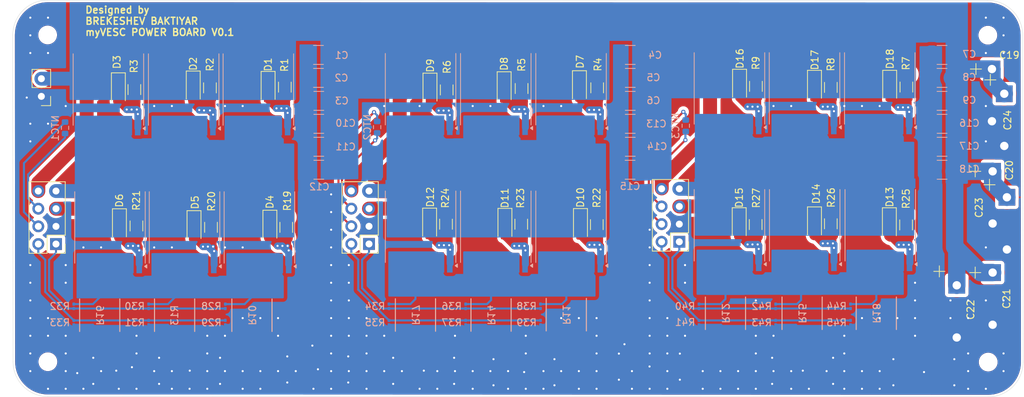
<source format=kicad_pcb>
(kicad_pcb (version 20240108) (generator "pcbnew") (generator_version "8.0")
  (layers (0 "F.Cu" signal) (31 "B.Cu" signal) (34 "B.Paste" user) (35 "F.Paste" user) (36 "B.SilkS" user "B.Silkscreen") (37 "F.SilkS" user "F.Silkscreen") (38 "B.Mask" user) (39 "F.Mask" user) (44 "Edge.Cuts" user))
  (net 0 "")
  (net 1 "GND")
  (net 2 "V_IN")
  (net 3 "Net-(D1-A)")
  (net 4 "Net-(D2-A)")
  (net 5 "Net-(D3-A)")
  (net 6 "Net-(D4-A)")
  (net 7 "Net-(D5-A)")
  (net 8 "Net-(D6-A)")
  (net 9 "/PH_A")
  (net 10 "/VCC")
  (net 11 "/PH_C")
  (net 12 "/PH_B")
  (net 13 "/TEMP")
  (net 14 "/TEMP2")
  (net 15 "/TEMP3")
  (net 16 "/GL_A")
  (net 17 "/GH_A")
  (net 18 "/GL_B")
  (net 19 "/GH_B")
  (net 20 "/GL_C")
  (net 21 "/GH_C")
  (net 22 "Net-(D7-A)")
  (net 23 "Net-(D8-A)")
  (net 24 "Net-(D9-A)")
  (net 25 "Net-(D10-A)")
  (net 26 "Net-(D11-A)")
  (net 27 "Net-(D12-A)")
  (net 28 "Net-(D13-A)")
  (net 29 "Net-(D14-A)")
  (net 30 "Net-(D15-A)")
  (net 31 "Net-(D16-A)")
  (net 32 "Net-(D17-A)")
  (net 33 "Net-(D18-A)")
  (net 34 "/VCC1")
  (net 35 "/VCC2")
  (net 36 "Net-(Q13-S)")
  (net 37 "Net-(Q16-S)")
  (net 38 "/PH_A_IN_D-")
  (net 39 "/PH_A_IN_D+")
  (net 40 "/PH_B_IN_D+")
  (net 41 "/PH_B_IN_D-")
  (net 42 "/PH_C_IN_D-")
  (net 43 "/PH_C_IN_D+")
  (net 44 "Net-(Q10-S)")
  (footprint "Diode_SMD:D_SOD-123" (layer "F.Cu") (at 228.5 113.7 -90)
    (property "Reference" "D2")
    (property "Value" "1N4148W")
  )
  (footprint "Diode_SMD:D_SOD-123" (layer "F.Cu") (at 262.482332 113.998057 -90)
    (property "Reference" "D9")
    (property "Value" "1N4148W")
  )
  (footprint "Diode_SMD:D_SOD-123" (layer "F.Cu") (at 239.5 133.7 -90)
    (property "Reference" "D4")
    (property "Value" "1N4148W")
  )
  (footprint "MountingHole:MountingHole_2.2mm_M2" (layer "F.Cu") (at 342.564466 106.185534)
    (property "Reference" "H3" (hide yes))
    (property "Value" "MountingHole")
  )
  (footprint "Resistor_SMD:R_1206_3216Metric" (layer "F.Cu") (at 309.232332 133.400557 -90)
    (property "Reference" "R27")
    (property "Value" "1R")
  )
  (footprint "Capacitor_THT:CP_Radial_D16.0mm_P7.50mm" (layer "F.Cu") (at 343.15 111.05 -90)
    (property "Reference" "C19")
    (property "Value" "470u_200V")
  )
  (footprint "Resistor_SMD:R_1206_3216Metric" (layer "F.Cu") (at 330.822332 133.450557 -90)
    (property "Reference" "R25")
    (property "Value" "1R")
  )
  (footprint "Resistor_SMD:R_1206_3216Metric" (layer "F.Cu") (at 220.05 114 -90)
    (property "Reference" "R3")
    (property "Value" "1R")
  )
  (footprint "Resistor_SMD:R_1206_3216Metric" (layer "F.Cu") (at 264.782332 133.348057 -90)
    (property "Reference" "R24")
    (property "Value" "1R")
  )
  (footprint "Capacitor_THT:CP_Radial_D16.0mm_P7.50mm" (layer "F.Cu") (at 345.298749 129.48 -90)
    (property "Reference" "C23")
    (property "Value" "470u_200V")
  )
  (footprint "Resistor_SMD:R_1206_3216Metric" (layer "F.Cu") (at 231.05 133.8 -90)
    (property "Reference" "R20")
    (property "Value" "1R")
  )
  (footprint "Diode_SMD:D_SOD-123" (layer "F.Cu") (at 317.672332 113.588057 -90)
    (property "Reference" "D17")
    (property "Value" "1N4148W")
  )
  (footprint "Resistor_SMD:R_1206_3216Metric" (layer "F.Cu") (at 241.65 113.65 -90)
    (property "Reference" "R1")
    (property "Value" "1R")
  )
  (footprint "Resistor_SMD:R_1206_3216Metric" (layer "F.Cu") (at 286.482332 113.748057 -90)
    (property "Reference" "R4")
    (property "Value" "1R")
  )
  (footprint "Diode_SMD:D_SOD-123" (layer "F.Cu") (at 239.25 113.75 -90)
    (property "Reference" "D1")
    (property "Value" "1N4148W")
  )
  (footprint "Diode_SMD:D_SOD-123" (layer "F.Cu") (at 328.472332 113.588057 -90)
    (property "Reference" "D18")
    (property "Value" "1N4148W")
  )
  (footprint "MountingHole:MountingHole_2.2mm_M2" (layer "F.Cu") (at 207.6 106.15)
    (property "Reference" "H1" (hide yes))
    (property "Value" "MountingHole")
  )
  (footprint "Resistor_SMD:R_1206_3216Metric" (layer "F.Cu") (at 241.85 133.8 -90)
    (property "Reference" "R19")
    (property "Value" "1R")
  )
  (footprint "Resistor_SMD:R_1206_3216Metric" (layer "F.Cu") (at 286.432332 133.410557 -90)
    (property "Reference" "R22")
    (property "Value" "1R")
  )
  (footprint "Capacitor_THT:CP_Radial_D16.0mm_P7.50mm" (layer "F.Cu") (at 343.25 140.3 -90)
    (property "Reference" "C21")
    (property "Value" "470u_200V")
  )
  (footprint "Resistor_SMD:R_1206_3216Metric" (layer "F.Cu") (at 275.632332 113.848057 -90)
    (property "Reference" "R5")
    (property "Value" "1R")
  )
  (footprint "Diode_SMD:D_SOD-123" (layer "F.Cu") (at 306.872332 133.338057 -90)
    (property "Reference" "D15")
    (property "Value" "1N4148W")
  )
  (footprint "Connector_PinHeader_2.54mm:PinHeader_2x04_P2.54mm_Vertical" (layer "F.Cu") (at 298.272332 135.878057 180)
    (property "Reference" "J7" (hide yes))
    (property "Value" "PH_C_CONNECTOR")
  )
  (footprint "Resistor_SMD:R_1206_3216Metric" (layer "F.Cu") (at 330.872332 113.638057 -90)
    (property "Reference" "R7")
    (property "Value" "1R")
  )
  (footprint "Resistor_SMD:R_1206_3216Metric" (layer "F.Cu") (at 275.582332 133.348057 -90)
    (property "Reference" "R23")
    (property "Value" "1R")
  )
  (footprint "Resistor_SMD:R_1206_3216Metric" (layer "F.Cu") (at 309.272332 113.538057 -90)
    (property "Reference" "R9")
    (property "Value" "1R")
  )
  (footprint "Diode_SMD:D_SOD-123" (layer "F.Cu") (at 284.082332 133.460557 -90)
    (property "Reference" "D10")
    (property "Value" "1N4148W")
  )
  (footprint "MountingHole:MountingHole_2.2mm_M2" (layer "F.Cu") (at 342.614466 153.164466)
    (property "Reference" "H4" (hide yes))
    (property "Value" "MountingHole")
  )
  (footprint "Resistor_SMD:R_1206_3216Metric" (layer "F.Cu") (at 320.022332 113.688057 -90)
    (property "Reference" "R8")
    (property "Value" "1R")
  )
  (footprint "Diode_SMD:D_SOD-123" (layer "F.Cu") (at 306.922332 113.438057 -90)
    (property "Reference" "D16")
    (property "Value" "1N4148W")
  )
  (footprint "Diode_SMD:D_SOD-123" (layer "F.Cu") (at 262.432332 133.398057 -90)
    (property "Reference" "D12")
    (property "Value" "1N4148W")
  )
  (footprint "Diode_SMD:D_SOD-123" (layer "F.Cu") (at 273.132332 113.798057 -90)
    (property "Reference" "D8")
    (property "Value" "1N4148W")
  )
  (footprint "Diode_SMD:D_SOD-123" (layer "F.Cu") (at 283.932332 113.648057 -90)
    (property "Reference" "D7")
    (property "Value" "1N4148W")
  )
  (footprint "Diode_SMD:D_SOD-123" (layer "F.Cu") (at 217.75 113.95 -90)
    (property "Reference" "D3")
    (property "Value" "1N4148W")
  )
  (footprint "Connector_PinHeader_2.54mm:PinHeader_1x02_P2.54mm_Vertical" (layer "F.Cu") (at 206.7 114.975 180)
    (property "Reference" "J12" (hide yes))
    (property "Value" "V_IN")
  )
  (footprint "Capacitor_THT:CP_Radial_D16.0mm_P7.50mm" (layer "F.Cu") (at 338.09875 142.13 -90)
    (property "Reference" "C22")
    (property "Value" "470u_200V")
  )
  (footprint "Resistor_SMD:R_1206_3216Metric" (layer "F.Cu") (at 230.9 113.75 -90)
    (property "Reference" "R2")
    (property "Value" "1R")
  )
  (footprint "Connector_PinHeader_2.54mm:PinHeader_2x04_P2.54mm_Vertical" (layer "F.Cu") (at 208.8 136.2 180)
    (property "Reference" "J6" (hide yes))
    (property "Value" "PH_A_CONNECTOR")
  )
  (footprint "Resistor_SMD:R_1206_3216Metric" (layer "F.Cu") (at 220.35 133.6 -90)
    (property "Reference" "R21")
    (property "Value" "1R")
  )
  (footprint "Capacitor_THT:CP_Radial_D16.0mm_P7.50mm" (layer "F.Cu") (at 344.920001 114.6 -90)
    (property "Reference" "C24")
    (property "Value" "470u_200V")
  )
  (footprint "Diode_SMD:D_SOD-123" (layer "F.Cu") (at 328.422332 133.350557 -90)
    (property "Reference" "D13")
    (property "Value" "1N4148W")
  )
  (footprint "Diode_SMD:D_SOD-123" (layer "F.Cu") (at 217.9 133.5 -90)
    (property "Reference" "D6")
    (property "Value" "1N4148W")
  )
  (footprint "Capacitor_THT:CP_Radial_D16.0mm_P7.50mm" (layer "F.Cu") (at 343.25 125.75 -90)
    (property "Reference" "C20")
    (property "Value" "470u_200V")
  )
  (footprint "Diode_SMD:D_SOD-123" (layer "F.Cu") (at 317.672332 133.225557 -90)
    (property "Reference" "D14")
    (property "Value" "1N4148W")
  )
  (footprint "Diode_SMD:D_SOD-123" (layer "F.Cu") (at 273.239832 133.438057 -90)
    (property "Reference" "D11")
    (property "Value" "1N4148W")
  )
  (footprint "Resistor_SMD:R_1206_3216Metric" (layer "F.Cu") (at 320.022332 133.288057 -90)
    (property "Reference" "R26")
    (property "Value" "1R")
  )
  (footprint "Diode_SMD:D_SOD-123" (layer "F.Cu") (at 228.6125 133.76 -90)
    (property "Reference" "D5")
    (property "Value" "1N4148W")
  )
  (footprint "Resistor_SMD:R_1206_3216Metric" (layer "F.Cu") (at 264.882332 114.048057 -90)
    (property "Reference" "R6")
    (property "Value" "1R")
  )
  (footprint "MountingHole:MountingHole_2.2mm_M2" (layer "F.Cu") (at 207.635534 153.114466)
    (property "Reference" "H2" (hide yes))
    (property "Value" "MountingHole")
  )
  (footprint "Connector_PinHeader_2.54mm:PinHeader_2x04_P2.54mm_Vertical" (layer "F.Cu") (at 253.732332 136.188057 180)
    (property "Reference" "J5" (hide yes))
    (property "Value" "PH_B_CONNECTOR")
  )
  (footprint "Resistor_SMD:R_0201_0603Metric" (layer "B.Cu") (at 233.1 147.495 -90)
    (property "Reference" "R29")
    (property "Value" "10")
  )
  (footprint "Resistor_SMD:R_0201_0603Metric" (layer "B.Cu") (at 222.1 145.15 90)
    (property "Reference" "R30")
    (property "Value" "10")
  )
  (footprint "Capacitor_SMD:C_1210_3225Metric" (layer "B.Cu") (at 246.475 109.019807 180)
    (property "Reference" "C1")
    (property "Value" "4.7u_100v")
  )
  (footprint "Capacitor_SMD:C_1210_3225Metric" (layer "B.Cu") (at 335.990508 118.919807 180)
    (property "Reference" "C16")
    (property "Value" "4.7u_100v")
  )
  (footprint "3920_Shunt_R:RES_3920R_L200x_BRN" (layer "B.Cu") (at 326.55 146.1505 90)
    (property "Reference" "R18")
    (property "Value" "0.0002R")
  )
  (footprint "Resistor_SMD:R_0201_0603Metric" (layer "B.Cu") (at 267.6 147.495 -90)
    (property "Reference" "R37")
    (property "Value" "10")
  )
  (footprint "Capacitor_SMD:C_1210_3225Metric" (layer "B.Cu") (at 335.990508 125.519807 180)
    (property "Reference" "C18")
    (property "Value" "4.7u_100v")
  )
  (footprint "3920_Shunt_R:RES_3920R_L200x_BRN" (layer "B.Cu") (at 260.4 146.4005 90)
    (property "Reference" "R17")
    (property "Value" "0.0002R")
  )
  (footprint "Resistor_SMD:R_0201_0603Metric" (layer "B.Cu") (at 278.35 147.495 -90)
    (property "Reference" "R39")
    (property "Value" "10")
  )
  (footprint "Capacitor_SMD:C_1210_3225Metric" (layer "B.Cu") (at 291.232332 118.919807 180)
    (property "Reference" "C13")
    (property "Value" "4.7u_100v")
  )
  (footprint "Capacitor_SMD:C_1210_3225Metric" (layer "B.Cu") (at 246.525 122.219807 180)
    (property "Reference" "C11")
    (property "Value" "4.7u_100v")
  )
  (footprint "Package_TO_SOT_SMD:Infineon_PG-HSOF-8-1" (layer "B.Cu") (at 271.932332 113.88 90)
    (property "Reference" "Q5" (hide yes))
    (property "Value" "HSP0076A")
  )
  (footprint "Resistor_SMD:R_0201_0603Metric" (layer "B.Cu") (at 211.35 145.15 90)
    (property "Reference" "R32")
    (property "Value" "10")
  )
  (footprint "Package_TO_SOT_SMD:Infineon_PG-HSOF-8-1" (layer "B.Cu") (at 316.247332 113.768057 90)
    (property "Reference" "Q8" (hide yes))
    (property "Value" "HSP0076A")
  )
  (footprint "3920_Shunt_R:RES_3920R_L200x_BRN" (layer "B.Cu") (at 236.925 146.43 90)
    (property "Reference" "R10")
    (property "Value" "0.0002R")
  )
  (footprint "3920_Shunt_R:RES_3920R_L200x_BRN" (layer "B.Cu") (at 282.05 146.3505 90)
    (property "Reference" "R11")
    (property "Value" "0.0002R")
  )
  (footprint "Resistor_SMD:R_0201_0603Metric" (layer "B.Cu") (at 312.1 147.495 -90)
    (property "Reference" "R43")
    (property "Value" "10")
  )
  (footprint "Connector_Wire:SolderWirePad_1x01_SMD_5x10mm" (layer "B.Cu") (at 332.85 104.1 -90)
    (property "Reference" "J1" (hide yes))
    (property "Value" "V_IN")
  )
  (footprint "Capacitor_SMD:C_1210_3225Metric" (layer "B.Cu") (at 291.232332 122.219807 180)
    (property "Reference" "C14")
    (property "Value" "4.7u_100v")
  )
  (footprint "Package_TO_SOT_SMD:Infineon_PG-HSOF-8-1" (layer "B.Cu") (at 282.732332 133.648057 90)
    (property "Reference" "Q13" (hide yes))
    (property "Value" "HSP0076A")
  )
  (footprint "Capacitor_SMD:C_1210_3225Metric" (layer "B.Cu") (at 246.525 115.619807 180)
    (property "Reference" "C3")
    (property "Value" "4.7u_100v")
  )
  (footprint "3920_Shunt_R:RES_3920R_L200x_BRN" (layer "B.Cu") (at 225.825 146.43 90)
    (property "Reference" "R13")
    (property "Value" "0.0002R")
  )
  (footprint "Package_TO_SOT_SMD:Infineon_PG-HSOF-8-1" (layer "B.Cu") (at 316.272332 133.438057 90)
    (property "Reference" "Q17" (hide yes))
    (property "Value" "HSP0076A")
  )
  (footprint "Resistor_SMD:R_0201_0603Metric" (layer "B.Cu") (at 267.6 145.15 90)
    (property "Reference" "R36")
    (property "Value" "10")
  )
  (footprint "Capacitor_SMD:C_1210_3225Metric" (layer "B.Cu") (at 335.990508 122.219807 180)
    (property "Reference" "C17")
    (property "Value" "4.7u_100v")
  )
  (footprint "Package_TO_SOT_SMD:Infineon_PG-HSOF-8-1" (layer "B.Cu") (at 305.472332 133.438057 90)
    (property "Reference" "Q18" (hide yes))
    (property "Value" "HSP0076A")
  )
  (footprint "Capacitor_SMD:C_1210_3225Metric" (layer "B.Cu") (at 291.232332 112.319807 180)
    (property "Reference" "C5")
    (property "Value" "4.7u_100v")
  )
  (footprint "Capacitor_SMD:C_1210_3225Metric" (layer "B.Cu") (at 291.232332 109.019807 180)
    (property "Reference" "C4")
    (property "Value" "4.7u_100v")
  )
  (footprint "Resistor_SMD:R_0201_0603Metric" (layer "B.Cu") (at 301.1 147.495 -90)
    (property "Reference" "R41")
    (property "Value" "10")
  )
  (footprint "Resistor_SMD:R_0201_0603Metric" (layer "B.Cu") (at 301.1 145.15 90)
    (property "Reference" "R40")
    (property "Value" "10")
  )
  (footprint "Connector_Wire:SolderWirePad_1x01_SMD_5x10mm" (layer "B.Cu") (at 333.4 154.6 -90)
    (property "Reference" "J11" (hide yes))
    (property "Value" "GND")
  )
  (footprint "Package_TO_SOT_SMD:Infineon_PG-HSOF-8-1" (layer "B.Cu") (at 227.125 113.93 90)
    (property "Reference" "Q2" (hide yes))
    (property "Value" "HSP0076A")
  )
  (footprint "Connector_Wire:SolderWirePad_1x01_SMD_5x10mm" (layer "B.Cu") (at 316.147332 123.588057 -90)
    (property "Reference" "J4" (hide yes))
    (property "Value" "PH_C")
  )
  (footprint "Resistor_SMD:R_0201_0603Metric" (layer "B.Cu") (at 322.85 147.495 -90)
    (property "Reference" "R45")
    (property "Value" "10")
  )
  (footprint "Resistor_SMD:R_0603_1608Metric" (layer "B.Cu") (at 210.1 119.5 90)
    (property "Reference" "NTC1")
    (property "Value" "NTC 10k")
  )
  (footprint "Capacitor_SMD:C_1210_3225Metric" (layer "B.Cu") (at 246.525 125.519807 180)
    (property "Reference" "C12")
    (property "Value" "4.7u_100v")
  )
  (footprint "Capacitor_SMD:C_1210_3225Metric" (layer "B.Cu") (at 246.525 118.919807 180)
    (property "Reference" "C10")
    (property "Value" "4.7u_100v")
  )
  (footprint "Package_TO_SOT_SMD:Infineon_PG-HSOF-8-1" (layer "B.Cu") (at 227.25 133.75 90)
    (property "Reference" "Q11" (hide yes))
    (property "Value" "HSP0076A")
  )
  (footprint "Resistor_SMD:R_0201_0603Metric" (layer "B.Cu") (at 256.6 145.15 90)
    (property "Reference" "R34")
    (property "Value" "10")
  )
  (footprint "Package_TO_SOT_SMD:Infineon_PG-HSOF-8-1" (layer "B.Cu") (at 261.132332 133.648057 90)
    (property "Reference" "Q15" (hide yes))
    (property "Value" "HSP0076A")
  )
  (footprint "3920_Shunt_R:RES_3920R_L200x_BRN" (layer "B.Cu") (at 315.9 146.1505 90)
    (property "Reference" "R15")
    (property "Value" "0.0002R")
  )
  (footprint "3920_Shunt_R:RES_3920R_L200x_BRN" (layer "B.Cu") (at 271.25 146.4005 90)
    (property "Reference" "R14")
    (property "Value" "0.0002R")
  )
  (footprint "3920_Shunt_R:RES_3920R_L200x_BRN" (layer "B.Cu") (at 215.075 146.43 90)
    (property "Reference" "R16")
    (property "Value" "0.0002R")
  )
  (footprint "Capacitor_SMD:C_1210_3225Metric" (layer "B.Cu") (at 335.981017 109.019807 180)
    (property "Reference" "C7")
    (property "Value" "4.7u_100v")
  )
  (footprint "3920_Shunt_R:RES_3920R_L200x_BRN" (layer "B.Cu") (at 304.9 146.1505 90)
    (property "Reference" "R12")
    (property "Value" "0.0002R")
  )
  (footprint "Package_TO_SOT_SMD:Infineon_PG-HSOF-8-1" (layer "B.Cu") (at 271.932332 133.648057 90)
    (property "Reference" "Q14" (hide yes))
    (property "Value" "HSP0076A")
  )
  (footprint "Package_TO_SOT_SMD:Infineon_PG-HSOF-8-1" (layer "B.Cu") (at 238 133.75 90)
    (property "Reference" "Q10" (hide yes))
    (property "Value" "HSP0076A")
  )
  (footprint "Package_TO_SOT_SMD:Infineon_PG-HSOF-8-1" (layer "B.Cu") (at 305.472332 113.768057 90)
    (property "Reference" "Q9" (hide yes))
    (property "Value" "HSP0076A")
  )
  (footprint "Resistor_SMD:R_0201_0603Metric" (layer "B.Cu") (at 233.1 145.15 90)
    (property "Reference" "R28")
    (property "Value" "10")
  )
  (footprint "Resistor_SMD:R_0201_0603Metric" (layer "B.Cu") (at 222.1 147.495 -90)
    (property "Reference" "R31")
    (property "Value" "10")
  )
  (footprint "Package_TO_SOT_SMD:Infineon_PG-HSOF-8-1" (layer "B.Cu") (at 216.55 133.75 90)
    (property "Reference" "Q12" (hide yes))
    (property "Value" "HSP0076A")
  )
  (footprint "Resistor_SMD:R_0201_0603Metric" (layer "B.Cu") (at 312.1 145.15 90)
    (property "Reference" "R42")
    (property "Value" "10")
  )
  (footprint "Resistor_SMD:R_0201_0603Metric" (layer "B.Cu") (at 322.85 145.15 90)
    (property "Reference" "R44")
    (property "Value" "10")
  )
  (footprint "Package_TO_SOT_SMD:Infineon_PG-HSOF-8-1" (layer "B.Cu") (at 327.047332 113.768057 90)
    (property "Reference" "Q7" (hide yes))
    (property "Value" "HSP0076A")
  )
  (footprint "Connector_Wire:SolderWirePad_1x01_SMD_5x10mm" (layer "B.Cu") (at 272.082332 123.848057 -90)
    (property "Reference" "J2" (hide yes))
    (property "Value" "PH_B")
  )
  (footprint "Capacitor_SMD:C_1210_3225Metric" (layer "B.Cu") (at 291.207332 125.519807 180)
    (property "Reference" "C15")
    (property "Value" "4.7u_100v")
  )
  (footprint "Package_TO_SOT_SMD:Infineon_PG-HSOF-8-1" (layer "B.Cu") (at 216.325 113.93 90)
    (property "Reference" "Q3" (hide yes))
    (property "Value" "HSP0076A")
  )
  (footprint "Capacitor_SMD:C_1210_3225Metric" (layer "B.Cu") (at 335.981017 115.619807 180)
    (property "Reference" "C9")
    (property "Value" "4.7u_100v")
  )
  (footprint "Package_TO_SOT_SMD:Infineon_PG-HSOF-8-1" (layer "B.Cu") (at 261.132332 113.88 90)
    (property "Reference" "Q6" (hide yes))
    (property "Value" "HSP0076A")
  )
  (footprint "Package_TO_SOT_SMD:Infineon_PG-HSOF-8-1" (layer "B.Cu") (at 327.122332 133.438057 90)
    (property "Reference" "Q16" (hide yes))
    (property "Value" "HSP0076A")
  )
  (footprint "Resistor_SMD:R_0201_0603Metric" (layer "B.Cu") (at 211.35 147.495 -90)
    (property "Reference" "R33")
    (property "Value" "10")
  )
  (footprint "Resistor_SMD:R_0603_1608Metric" (layer "B.Cu") (at 299.2 119.2 90)
    (property "Reference" "NTC3")
    (property "Value" "NTC 10k")
  )
  (footprint "Capacitor_SMD:C_1210_3225Metric" (layer "B.Cu") (at 291.232332 115.619807 180)
    (property "Reference" "C6")
    (property "Value" "4.7u_100v")
  )
  (footprint "Resistor_SMD:R_0603_1608Metric" (layer "B.Cu") (at 254.9 119.4 90)
    (property "Reference" "NTC2")
    (property "Value" "NTC 10k")
  )
  (footprint "Package_TO_SOT_SMD:Infineon_PG-HSOF-8-1" (layer "B.Cu") (at 237.85 113.93 90)
    (property "Reference" "Q1" (hide yes))
    (property "Value" "HSP0076A")
  )
  (footprint "Capacitor_SMD:C_1210_3225Metric" (layer "B.Cu") (at 246.475 112.319807 180)
    (property "Reference" "C2")
    (property "Value" "4.7u_100v")
  )
  (footprint "Capacitor_SMD:C_1210_3225Metric" (layer "B.Cu") (at 335.981017 112.319807 180)
    (property "Reference" "C8")
    (property "Value" "4.7u_100v")
  )
  (footprint "Resistor_SMD:R_0201_0603Metric" (layer "B.Cu") (at 256.6 147.495 -90)
    (property "Reference" "R35")
    (property "Value" "10")
  )
  (footprint "Resistor_SMD:R_0201_0603Metric" (layer "B.Cu") (at 278.35 145.15 90)
    (property "Reference" "R38")
    (property "Value" "10")
  )
  (footprint "Connector_Wire:SolderWirePad_1x01_SMD_5x10mm" (layer "B.Cu") (at 227.175 123.75 90)
    (property "Reference" "J3" (hide yes))
    (property "Value" "PH_A")
  )
  (footprint "Package_TO_SOT_SMD:Infineon_PG-HSOF-8-1" (layer "B.Cu") (at 282.732332 113.88 90)
    (property "Reference" "Q4" (hide yes))
    (property "Value" "HSP0076A")
  )
  (gr_arc (start 207.635534 158.114466) (mid 204.1 156.65) (end 202.635534 153.114466) (stroke (width 0.05)) (layer "Edge.Cuts"))
  (gr_arc (start 342.564466 101.185534) (mid 346.1 102.65) (end 347.564466 106.185534) (stroke (width 0.05)) (layer "Edge.Cuts"))
  (gr_line (start 347.564466 106.185534) (end 347.614466 153.164466) (stroke (width 0.05)) (layer "Edge.Cuts"))
  (gr_arc (start 202.6 106.15) (mid 204.064466 102.614466) (end 207.6 101.15) (stroke (width 0.05)) (layer "Edge.Cuts"))
  (gr_line (start 202.635534 153.114466) (end 202.6 106.15) (stroke (width 0.05)) (layer "Edge.Cuts"))
  (gr_line (start 207.6 101.15) (end 342.564466 101.185534) (stroke (width 0.05)) (layer "Edge.Cuts"))
  (gr_arc (start 347.614466 153.164466) (mid 346.15 156.7) (end 342.614466 158.164466) (stroke (width 0.05)) (layer "Edge.Cuts"))
  (gr_line (start 342.614466 158.164466) (end 207.635534 158.114466) (stroke (width 0.05)) (layer "Edge.Cuts"))
  (gr_text "Designed by \nBREKESHEV BAKTIYAR \nmyVESC POWER BOARD V0.1" (at 212.9 106.35 0) (layer "F.SilkS") (effects (font (size 1 1) (thickness 0.2) (bold yes)) (justify left bottom)))
  (via (at 342.275 108.745) (size 0.6) (drill 0.3) (layers "F.Cu" "B.Cu") (net 1))
  (via (at 245.755 157.005) (size 0.6) (drill 0.3) (layers "F.Cu" "B.Cu") (net 1))
  (via (at 257.2 152.55) (size 0.6) (drill 0.3) (layers "F.Cu" "B.Cu") (net 1))
  (via (at 250.75 156.1) (size 0.6) (drill 0.3) (layers "F.Cu" "B.Cu") (net 1))
  (via (at 210.195 139.225) (size 0.6) (drill 0.3) (layers "F.Cu" "B.Cu") (net 1))
  (via (at 281.315 154.465) (size 0.6) (drill 0.3) (layers "F.Cu" "B.Cu") (net 1))
  (via (at 219.7 153.9) (size 0.6) (drill 0.3) (layers "F.Cu" "B.Cu") (net 1))
  (via (at 299.095 149.385) (size 0.6) (drill 0.3) (layers "F.Cu" "B.Cu") (net 1))
  (via (at 324.495 157.005) (size 0.6) (drill 0.3) (layers "F.Cu" "B.Cu") (net 1))
  (via (at 204.6 115.15) (size 0.6) (drill 0.3) (layers "F.Cu" "B.Cu") (net 1))
  (via (at 214.15 156.3) (size 0.6) (drill 0.3) (layers "F.Cu" "B.Cu") (net 1))
  (via (at 294.015 149.385) (size 0.6) (drill 0.3) (layers "F.Cu" "B.Cu") (net 1))
  (via (at 242 152.35) (size 0.6) (drill 0.3) (layers "F.Cu" "B.Cu") (net 1))
  (via (at 289.6 155.7) (size 0.6) (drill 0.3) (layers "F.Cu" "B.Cu") (net 1))
  (via (at 319.415 154.465) (size 0.6) (drill 0.3) (layers "F.Cu" "B.Cu") (net 1))
  (via (at 278.775 154.465) (size 0.6) (drill 0.3) (layers "F.Cu" "B.Cu") (net 1))
  (via (at 276.235 157.005) (size 0.6) (drill 0.3) (layers "F.Cu" "B.Cu") (net 1))
  (via (at 309.255 144.305) (size 0.6) (drill 0.3) (layers "F.Cu" "B.Cu") (net 1))
  (via (at 337.195 146.845) (size 0.6) (drill 0.3) (layers "F.Cu" "B.Cu") (net 1))
  (via (at 344.815 144.305) (size 0.6) (drill 0.3) (layers "F.Cu" "B.Cu") (net 1))
  (via (at 294.015 157.005) (size 0.6) (drill 0.3) (layers "F.Cu" "B.Cu") (net 1))
  (via (at 215.275 154.465) (size 0.6) (drill 0.3) (layers "F.Cu" "B.Cu") (net 1))
  (via (at 230.515 149.385) (size 0.6) (drill 0.3) (layers "F.Cu" "B.Cu") (net 1))
  (via (at 280.35 152.75) (size 0.6) (drill 0.3) (layers "F.Cu" "B.Cu") (net 1))
  (via (at 243.215 154.465) (size 0.6) (drill 0.3) (layers "F.Cu" "B.Cu") (net 1))
  (via (at 238.135 146.845) (size 0.6) (drill 0.3) (layers "F.Cu" "B.Cu") (net 1))
  (via (at 220.355 157.005) (size 0.6) (drill 0.3) (layers "F.Cu" "B.Cu") (net 1))
  (via (at 225.435 136.685) (size 0.6) (drill 0.3) (layers "F.Cu" "B.Cu") (net 1))
  (via (at 294.015 151.925) (size 0.6) (drill 0.3) (layers "F.Cu" "B.Cu") (net 1))
  (via (at 291.475 154.465) (size 0.6) (drill 0.3) (layers "F.Cu" "B.Cu") (net 1))
  (via (at 344.815 154.465) (size 0.6) (drill 0.3) (layers "F.Cu" "B.Cu") (net 1))
  (via (at 271.155 116.365) (size 0.6) (drill 0.3) (layers "F.Cu" "B.Cu") (net 1))
  (via (at 306.715 154.465) (size 0.6) (drill 0.3) (layers "F.Cu" "B.Cu") (net 1))
  (via (at 276 154.6) (size 0.6) (drill 0.3) (layers "F.Cu" "B.Cu") (net 1))
  (via (at 210.195 154.465) (size 0.6) (drill 0.3) (layers "F.Cu" "B.Cu") (net 1))
  (via (at 342.275 144.305) (size 0.6) (drill 0.3) (layers "F.Cu" "B.Cu") (net 1))
  (via (at 339.735 154.465) (size 0.6) (drill 0.3) (layers "F.Cu" "B.Cu") (net 1))
  (via (at 223.6 156.3) (size 0.6) (drill 0.3) (layers "F.Cu" "B.Cu") (net 1))
  (via (at 205.115 151.925) (size 0.6) (drill 0.3) (layers "F.Cu" "B.Cu") (net 1))
  (via (at 205.115 121.445) (size 0.6) (drill 0.3) (layers "F.Cu" "B.Cu") (net 1))
  (via (at 255.915 154.465) (size 0.6) (drill 0.3) (layers "F.Cu" "B.Cu") (net 1))
  (via (at 238.135 157.005) (size 0.6) (drill 0.3) (layers "F.Cu" "B.Cu") (net 1))
  (via (at 280.35 156.5) (size 0.6) (drill 0.3) (layers "F.Cu" "B.Cu") (net 1))
  (via (at 337.195 144.305) (size 0.6) (drill 0.3) (layers "F.Cu" "B.Cu") (net 1))
  (via (at 205.115 106.205) (size 0.6) (drill 0.3) (layers "F.Cu" "B.Cu") (net 1))
  (via (at 225.435 157.005) (size 0.6) (drill 0.3) (layers "F.Cu" "B.Cu") (net 1))
  (via (at 324.495 154.465) (size 0.6) (drill 0.3) (layers "F.Cu" "B.Cu") (net 1))
  (via (at 220.355 149.385) (size 0.6) (drill 0.3) (layers "F.Cu" "B.Cu") (net 1))
  (via (at 320.35 152.55) (size 0.6) (drill 0.3) (layers "F.Cu" "B.Cu") (net 1))
  (via (at 309.255 151.925) (size 0.6) (drill 0.3) (layers "F.Cu" "B.Cu") (net 1))
  (via (at 205.115 141.765) (size 0.6) (drill 0.3) (layers "F.Cu" "B.Cu") (net 1))
  (via (at 230.515 157.005) (size 0.6) (drill 0.3) (layers "F.Cu" "B.Cu") (net 1))
  (via (at 324.495 116.365) (size 0.6) (drill 0.3) (layers "F.Cu" "B.Cu") (net 1))
  (via (at 205.115 103.665) (size 0.6) (drill 0.3) (layers "F.Cu" "B.Cu") (net 1))
  (via (at 225.435 116.365) (size 0.6) (drill 0.3) (layers "F.Cu" "B.Cu") (net 1))
  (via (at 212.735 136.685) (size 0.6) (drill 0.3) (layers "F.Cu" "B.Cu") (net 1))
  (via (at 260.995 116.365) (size 0.6) (drill 0.3) (layers "F.Cu" "B.Cu") (net 1))
  (via (at 344.815 151.925) (size 0.6) (drill 0.3) (layers "F.Cu" "B.Cu") (net 1))
  (via (at 311.6 152.55) (size 0.6) (drill 0.3) (layers "F.Cu" "B.Cu") (net 1))
  (via (at 332.115 141.765) (size 0.6) (drill 0.3) (layers "F.Cu" "B.Cu") (net 1))
  (via (at 311.6 156.3) (size 0.6) (drill 0.3) (layers "F.Cu" "B.Cu") (net 1))
  (via (at 217.45 154.4) (size 0.6) (drill 0.3) (layers "F.Cu" "B.Cu") (net 1))
  (via (at 235.595 146.845) (size 0.6) (drill 0.3) (layers "F.Cu" "B.Cu") (net 1))
  (via (at 309.255 154.465) (size 0.6) (drill 0.3) (layers "F.Cu" "B.Cu") (net 1))
  (via (at 258.455 154.465) (size 0.6) (drill 0.3) (layers "F.Cu" "B.Cu") (net 1))
  (via (at 205.115 118.905) (size 0.6) (drill 0.3) (layers "F.Cu" "B.Cu") (net 1))
  (via (at 309.255 149.385) (size 0.6) (drill 0.3) (layers "F.Cu" "B.Cu") (net 1))
  (via (at 268.615 116.365) (size 0.6) (drill 0.3) (layers "F.Cu" "B.Cu") (net 1))
  (via (at 321.955 157.005) (size 0.6) (drill 0.3) (layers "F.Cu" "B.Cu") (net 1))
  (via (at 286.395 151.925) (size 0.6) (drill 0.3) (layers "F.Cu" "B.Cu") (net 1))
  (via (at 309.255 157.005) (size 0.6) (drill 0.3) (layers "F.Cu" "B.Cu") (net 1))
  (via (at 215.275 136.685) (size 0.6) (drill 0.3) (layers "F.Cu" "B.Cu") (net 1))
  (via (at 281.315 146.845) (size 0.6) (drill 0.3) (layers "F.Cu" "B.Cu") (net 1))
  (via (at 263.535 154.465) (size 0.6) (drill 0.3) (layers "F.Cu" "B.Cu") (net 1))
  (via (at 250.835 144.305) (size 0.6) (drill 0.3) (layers "F.Cu" "B.Cu") (net 1))
  (via (at 248.295 146.845) (size 0.6) (drill 0.3) (layers "F.Cu" "B.Cu") (net 1))
  (via (at 327.035 116.365) (size 0.6) (drill 0.3) (layers "F.Cu" "B.Cu") (net 1))
  (via (at 296.555 146.845) (size 0.6) (drill 0.3) (layers "F.Cu" "B.Cu") (net 1))
  (via (at 248.295 139.225) (size 0.6) (drill 0.3) (layers "F.Cu" "B.Cu") (net 1))
  (via (at 212.735 157.005) (size 0.6) (drill 0.3) (layers "F.Cu" "B.Cu") (net 1))
  (via (at 227.975 157.005) (size 0.6) (drill 0.3) (layers "F.Cu" "B.Cu") (net 1))
  (via (at 296.555 151.925) (size 0.6) (drill 0.3) (layers "F.Cu" "B.Cu") (net 1))
  (via (at 250.75 152.35) (size 0.6) (drill 0.3) (layers "F.Cu" "B.Cu") (net 1))
  (via (at 255.915 116.365) (size 0.6) (drill 0.3) (layers "F.Cu" "B.Cu") (net 1))
  (via (at 253.375 149.385) (size 0.6) (drill 0.3) (layers "F.Cu" "B.Cu") (net 1))
  (via (at 321.955 149.385) (size 0.6) (drill 0.3) (layers "F.Cu" "B.Cu") (net 1))
  (via (at 337.75 156.5) (size 0.6) (drill 0.3) (layers "F.Cu" "B.Cu") (net 1))
  (via (at 248.295 144.305) (size 0.6) (drill 0.3) (layers "F.Cu" "B.Cu") (net 1))
  (via (at 286.395 157.005) (size 0.6) (drill 0.3) (layers "F.Cu" "B.Cu") (net 1))
  (via (at 271.6 156.5) (size 0.6) (drill 0.3) (layers "F.Cu" "B.Cu") (net 1))
  (via (at 205.115 146.845) (size 0.6) (drill 0.3) (layers "F.Cu" "B.Cu") (net 1))
  (via (at 283.855 146.845) (size 0.6) (drill 0.3) (layers "F.Cu" "B.Cu") (net 1))
  (via (at 222.895 136.685) (size 0.6) (drill 0.3) (layers "F.Cu" "B.Cu") (net 1))
  (via (at 268.615 154.465) (size 0.6) (drill 0.3) (layers "F.Cu" "B.Cu") (net 1))
  (via (at 220.355 151.925) (size 0.6) (drill 0.3) (layers "F.Cu" "B.Cu") (net 1))
  (via (at 320.35 156.3) (size 0.6) (drill 0.3) (layers "F.Cu" "B.Cu") (net 1))
  (via (at 263.535 157.005) (size 0.6) (drill 0.3) (layers "F.Cu" "B.Cu") (net 1))
  (via (at 248.295 149.385) (size 0.6) (drill 0.3) (layers "F.Cu" "B.Cu") (net 1))
  (via (at 207.655 108.745) (size 0.6) (drill 0.3) (layers "F.Cu" "B.Cu") (net 1))
  (via (at 273.695 154.465) (size 0.6) (drill 0.3) (layers "F.Cu" "B.Cu") (net 1))
  (via (at 230.515 154.465) (size 0.6) (drill 0.3) (layers "F.Cu" "B.Cu") (net 1))
  (via (at 253.375 151.925) (size 0.6) (drill 0.3) (layers "F.Cu" "B.Cu") (net 1))
  (via (at 266.075 154.465) (size 0.6) (drill 0.3) (layers "F.Cu" "B.Cu") (net 1))
  (via (at 250.835 139.225) (size 0.6) (drill 0.3) (layers "F.Cu" "B.Cu") (net 1))
  (via (at 314.335 116.365) (size 0.6) (drill 0.3) (layers "F.Cu" "B.Cu") (net 1))
  (via (at 266.075 149.385) (size 0.6) (drill 0.3) (layers "F.Cu" "B.Cu") (net 1))
  (via (at 301.635 157.005) (size 0.6) (drill 0.3) (layers "F.Cu" "B.Cu") (net 1))
  (via (at 214.15 152.55) (size 0.6) (drill 0.3) (layers "F.Cu" "B.Cu") (net 1))
  (via (at 250.835 141.765) (size 0.6) (drill 0.3) (layers "F.Cu" "B.Cu") (net 1))
  (via (at 235.595 136.685) (size 0.6) (drill 0.3) (layers "F.Cu" "B.Cu") (net 1))
  (via (at 205.115 108.745) (size 0.6) (drill 0.3) (layers "F.Cu" "B.Cu") (net 1))
  (via (at 235.595 116.365) (size 0.6) (drill 0.3) (layers "F.Cu" "B.Cu") (net 1))
  (via (at 205.115 139.225) (size 0.6) (drill 0.3) (layers "F.Cu" "B.Cu") (net 1))
  (via (at 248.295 136.685) (size 0.6) (drill 0.3) (layers "F.Cu" "B.Cu") (net 1))
  (via (at 327.035 146.845) (size 0.6) (drill 0.3) (layers "F.Cu" "B.Cu") (net 1))
  (via (at 342.275 157.005) (size 0.6) (drill 0.3) (layers "F.Cu" "B.Cu") (net 1))
  (via (at 211.85 154.75) (size 0.6) (drill 0.3) (layers "F.Cu" "B.Cu") (net 1))
  (via (at 278.775 157.005) (size 0.6) (drill 0.3) (layers "F.Cu" "B.Cu") (net 1))
  (via (at 329 156.5) (size 0.6) (drill 0.3) (layers "F.Cu" "B.Cu") (net 1))
  (via (at 294.015 146.845) (size 0.6) (drill 0.3) (layers "F.Cu" "B.Cu") (net 1))
  (via (at 232.35 152.55) (size 0.6) (drill 0.3) (layers "F.Cu" "B.Cu") (net 1))
  (via (at 246.4 154.2) (size 0.6) (drill 0.3) (layers "F.Cu" "B.Cu") (net 1))
  (via (at 223.6 152.55) (size 0.6) (drill 0.3) (layers "F.Cu" "B.Cu") (net 1))
  (via (at 253.375 154.465) (size 0.6) (drill 0.3) (layers "F.Cu" "B.Cu") (net 1))
  (via (at 240.675 154.465) (size 0.6) (drill 0.3) (layers "F.Cu" "B.Cu") (net 1))
  (via (at 250.835 149.385) (size 0.6) (drill 0.3) (layers "F.Cu" "B.Cu") (net 1))
  (via (at 327.035 157.005) (size 0.6) (drill 0.3) (layers "F.Cu" "B.Cu") (net 1))
  (via (at 207.655 146.845) (size 0.6) (drill 0.3) (layers "F.Cu" "B.Cu") (net 1))
  (via (at 230.515 151.925) (size 0.6) (drill 0.3) (layers "F.Cu" "B.Cu") (net 1))
  (via (at 248.295 134.145) (size 0.6) (drill 0.3) (layers "F.Cu" "B.Cu") (net 1))
  (via (at 276.235 149.385) (size 0.6) (drill 0.3) (layers "F.Cu" "B.Cu") (net 1))
  (via (at 268.615 157.005) (size 0.6) (drill 0.3) (layers "F.Cu" "B.Cu") (net 1))
  (via (at 294.015 134.145) (size 0.6) (drill 0.3) (layers "F.Cu" "B.Cu") (net 1))
  (via (at 207.655 149.385) (size 0.6) (drill 0.3) (layers "F.Cu" "B.Cu") (net 1))
  (via (at 222.895 154.465) (size 0.6) (drill 0.3) (layers "F.Cu" "B.Cu") (net 1))
  (via (at 210.195 141.765) (size 0.6) (drill 0.3) (layers "F.Cu" "B.Cu") (net 1))
  (via (at 271.155 154.465) (size 0.6) (drill 0.3) (layers "F.Cu" "B.Cu") (net 1))
  (via (at 339.735 157.005) (size 0.6) (drill 0.3) (layers "F.Cu" "B.Cu") (net 1))
  (via (at 210.195 157.005) (size 0.6) (drill 0.3) (layers "F.Cu" "B.Cu") (net 1))
  (via (at 332.115 144.305) (size 0.6) (drill 0.3) (layers "F.Cu" "B.Cu") (net 1))
  (via (at 290.4 150.6) (size 0.6) (drill 0.3) (layers "F.Cu" "B.Cu") (net 1))
  (via (at 261.6 154.4) (size 0.6) (drill 0.3) (layers "F.Cu" "B.Cu") (net 1))
  (via (at 232.35 156.3) (size 0.6) (drill 0.3) (layers "F.Cu" "B.Cu") (net 1))
  (via (at 260.995 157.005) (size 0.6) (drill 0.3) (layers "F.Cu" "B.Cu") (net 1))
  (via (at 233.055 136.685) (size 0.6) (drill 0.3) (layers "F.Cu" "B.Cu") (net 1))
  (via (at 207.655 118.905) (size 0.6) (drill 0.3) (layers "F.Cu" "B.Cu") (net 1))
  (via (at 207.655 157.005) (size 0.6) (drill 0.3) (layers "F.Cu" "B.Cu") (net 1))
  (via (at 329 152.75) (size 0.6) (drill 0.3) (layers "F.Cu" "B.Cu") (net 1))
  (via (at 344.815 103.665) (size 0.6) (drill 0.3) (layers "F.Cu" "B.Cu") (net 1))
  (via (at 276.235 151.925) (size 0.6) (drill 0.3) (layers "F.Cu" "B.Cu") (net 1))
  (via (at 344.815 108.745) (size 0.6) (drill 0.3) (layers "F.Cu" "B.Cu") (net 1))
  (via (at 332.115 149.385) (size 0.6) (drill 0.3) (layers "F.Cu" "B.Cu") (net 1))
  (via (at 233.055 149.385) (size 0.6) (drill 0.3) (layers "F.Cu" "B.Cu") (net 1))
  (via (at 296.555 157.005) (size 0.6) (drill 0.3) (layers "F.Cu" "B.Cu") (net 1))
  (via (at 248.295 131.605) (size 0.6) (drill 0.3) (layers "F.Cu" "B.Cu") (net 1))
  (via (at 314.335 157.005) (size 0.6) (drill 0.3) (layers "F.Cu" "B.Cu") (net 1))
  (via (at 238.135 154.465) (size 0.6) (drill 0.3) (layers "F.Cu" "B.Cu") (net 1))
  (via (at 294.015 136.685) (size 0.6) (drill 0.3) (layers "F.Cu" "B.Cu") (net 1))
  (via (at 205.115 149.385) (size 0.6) (drill 0.3) (layers "F.Cu" "B.Cu") (net 1))
  (via (at 314.335 154.465) (size 0.6) (drill 0.3) (layers "F.Cu" "B.Cu") (net 1))
  (via (at 296.555 149.385) (size 0.6) (drill 0.3) (layers "F.Cu" "B.Cu") (net 1))
  (via (at 248.295 157.005) (size 0.6) (drill 0.3) (layers "F.Cu" "B.Cu") (net 1))
  (via (at 257.2 156.3) (size 0.6) (drill 0.3) (layers "F.Cu" "B.Cu") (net 1))
  (via (at 233.055 154.465) (size 0.6) (drill 0.3) (layers "F.Cu" "B.Cu") (net 1))
  (via (at 299.095 141.765) (size 0.6) (drill 0.3) (layers "F.Cu" "B.Cu") (net 1))
  (via (at 250.835 146.845) (size 0.6) (drill 0.3) (layers "F.Cu" "B.Cu") (net 1))
  (via (at 210.195 151.925) (size 0.6) (drill 0.3) (layers "F.Cu" "B.Cu") (net 1))
  (via (at 329.575 146.845) (size 0.6) (drill 0.3) (layers "F.Cu" "B.Cu") (net 1))
  (via (at 306.715 157.005) (size 0.6) (drill 0.3) (layers "F.Cu" "B.Cu") (net 1))
  (via (at 235.595 154.465) (size 0.6) (drill 0.3) (layers "F.Cu" "B.Cu") (net 1))
  (via (at 311.795 154.465) (size 0.6) (drill 0.3) (layers "F.Cu" "B.Cu") (net 1))
  (via (at 253.375 146.845) (size 0.6) (drill 0.3) (layers "F.Cu" "B.Cu") (net 1))
  (via (at 235.595 157.005) (size 0.6) (drill 0.3) (layers "F.Cu" "B.Cu") (net 1))
  (via (at 298.35 151.95) (size 0.6) (drill 0.3) (layers "F.Cu" "B.Cu") (net 1))
  (via (at 225.435 154.465) (size 0.6) (drill 0.3) (layers "F.Cu" "B.Cu") (net 1))
  (via (at 342.275 121.445) (size 0.6) (drill 0.3) (layers "F.Cu" "B.Cu") (net 1))
  (via (at 333.4 154.6) (size 0.6) (drill 0.3) (layers "F.Cu" "B.Cu") (net 1))
  (via (at 332.115 146.845) (size 0.6) (drill 0.3) (layers "F.Cu" "B.Cu") (net 1))
  (via (at 283.855 154.465) (size 0.6) (drill 0.3) (layers "F.Cu" "B.Cu") (net 1))
  (via (at 286.395 146.845) (size 0.6) (drill 0.3) (layers "F.Cu" "B.Cu") (net 1))
  (via (at 210.195 116.365) (size 0.6) (drill 0.3) (layers "F.Cu" "B.Cu") (net 1))
  (via (at 283.855 157.005) (size 0.6) (drill 0.3) (layers "F.Cu" "B.Cu") (net 1))
  (via (at 248.295 151.925) (size 0.6) (drill 0.3) (layers "F.Cu" "B.Cu") (net 1))
  (via (at 294 153.8) (size 0.6) (drill 0.3) (layers "F.Cu" "B.Cu") (net 1))
  (via (at 327.035 154.465) (size 0.6) (drill 0.3) (layers "F.Cu" "B.Cu") (net 1))
  (via (at 291.475 157.005) (size 0.6) (drill 0.3) (layers "F.Cu" "B.Cu") (net 1))
  (via (at 222.895 116.365) (size 0.6) (drill 0.3) (layers "F.Cu" "B.Cu") (net 1))
  (via (at 210.195 149.385) (size 0.6) (drill 0.3) (layers "F.Cu" "B.Cu") (net 1))
  (via (at 296.555 154.465) (size 0.6) (drill 0.3) (layers "F.Cu" "B.Cu") (net 1))
  (via (at 242 156.1) (size 0.6) (drill 0.3) (layers "F.Cu" "B.Cu") (net 1))
  (via (at 233.055 116.365) (size 0.6) (drill 0.3) (layers "F.Cu" "B.Cu") (net 1))
  (via (at 281.315 116.365) (size 0.6) (drill 0.3) (layers "F.Cu" "B.Cu") (net 1))
  (via (at 245.6 150.8) (size 0.6) (drill 0.3) (layers "F.Cu" "B.Cu") (net 1))
  (via (at 240.675 149.385) (size 0.6) (drill 0.3) (layers "F.Cu" "B.Cu") (net 1))
  (via (at 316.875 157.005) (size 0.6) (drill 0.3) (layers "F.Cu" "B.Cu") (net 1))
  (via (at 342.275 136.685) (size 0.6) (drill 0.3) (layers "F.Cu" "B.Cu") (net 1))
  (via (at 342.275 103.665) (size 0.6) (drill 0.3) (layers "F.Cu" "B.Cu") (net 1))
  (via (at 294.015 139.225) (size 0.6) (drill 0.3) (layers "F.Cu" "B.Cu") (net 1))
  (via (at 217.815 157.005) (size 0.6) (drill 0.3) (layers "F.Cu" "B.Cu") (net 1))
  (via (at 339.735 144.305) (size 0.6) (drill 0.3) (layers "F.Cu" "B.Cu") (net 1))
  (via (at 248.295 141.765) (size 0.6) (drill 0.3) (layers "F.Cu" "B.Cu") (net 1))
  (via (at 240.675 146.845) (size 0.6) (drill 0.3) (layers "F.Cu" "B.Cu") (net 1))
  (via (at 321.955 116.365) (size 0.6) (drill 0.3) (layers "F.Cu" "B.Cu") (net 1))
  (via (at 316 154.4) (size 0.6) (drill 0.3) (layers "F.Cu" "B.Cu") (net 1))
  (via (at 289.6 151.95) (size 0.6) (drill 0.3) (layers "F.Cu" "B.Cu") (net 1))
  (via (at 207.655 103.665) (size 0.6) (drill 0.3) (layers "F.Cu" "B.Cu") (net 1))
  (via (at 339.735 151.925) (size 0.6) (drill 0.3) (layers "F.Cu" "B.Cu") (net 1))
  (via (at 228 154.4) (size 0.6) (drill 0.3) (layers "F.Cu" "B.Cu") (net 1))
  (via (at 321.955 154.465) (size 0.6) (drill 0.3) (layers "F.Cu" "B.Cu") (net 1))
  (via (at 253.375 157.005) (size 0.6) (drill 0.3) (layers "F.Cu" "B.Cu") (net 1))
  (via (at 286.395 154.465) (size 0.6) (drill 0.3) (layers "F.Cu" "B.Cu") (net 1))
  (via (at 271.6 152.75) (size 0.6) (drill 0.3) (layers "F.Cu" "B.Cu") (net 1))
  (via (at 301.635 154.465) (size 0.6) (drill 0.3) (layers "F.Cu" "B.Cu") (net 1))
  (via (at 311.795 116.365) (size 0.6) (drill 0.3) (layers "F.Cu" "B.Cu") (net 1))
  (via (at 278.775 116.365) (size 0.6) (drill 0.3) (layers "F.Cu" "B.Cu") (net 1))
  (via (at 324.495 146.845) (size 0.6) (drill 0.3) (layers "F.Cu" "B.Cu") (net 1))
  (via (at 248.295 154.465) (size 0.6) (drill 0.3) (layers "F.Cu" "B.Cu") (net 1))
  (via (at 248.295 129.065) (size 0.6) (drill 0.3) (layers "F.Cu" "B.Cu") (net 1))
  (via (at 311.795 149.385) (size 0.6) (drill 0.3) (layers "F.Cu" "B.Cu") (net 1))
  (via (at 342.275 116.365) (size 0.6) (drill 0.3) (layers "F.Cu" "B.Cu") (net 1))
  (via (at 344.815 106.205) (size 0.6) (drill 0.3) (layers "F.Cu" "B.Cu") (net 1))
  (via (at 205.115 144.305) (size 0.6) (drill 0.3) (layers "F.Cu" "B.Cu") (net 1))
  (via (at 298.35 155.7) (size 0.6) (drill 0.3) (layers "F.Cu" "B.Cu") (net 1))
  (via (at 265.95 156.3) (size 0.6) (drill 0.3) (layers "F.Cu" "B.Cu") (net 1))
  (via (at 294.015 141.765) (size 0.6) (drill 0.3) (layers "F.Cu" "B.Cu") (net 1))
  (via (at 337.75 152.75) (size 0.6) (drill 0.3) (layers "F.Cu" "B.Cu") (net 1))
  (via (at 255.915 149.385) (size 0.6) (drill 0.3) (layers "F.Cu" "B.Cu") (net 1))
  (via (at 205.115 154.465) (size 0.6) (drill 0.3) (layers "F.Cu" "B.Cu") (net 1))
  (via (at 265.95 152.55) (size 0.6) (drill 0.3) (layers "F.Cu" "B.Cu") (net 1))
  (via (at 321.955 151.925) (size 0.6) (drill 0.3) (layers "F.Cu" "B.Cu") (net 1))
  (via (at 273.695 157.005) (size 0.6) (drill 0.3) (layers "F.Cu" "B.Cu") (net 1))
  (via (at 286.395 149.385) (size 0.6) (drill 0.3) (layers "F.Cu" "B.Cu") (net 1))
  (via (at 304.175 157.005) (size 0.6) (drill 0.3) (layers "F.Cu" "B.Cu") (net 1))
  (via (at 294.015 144.305) (size 0.6) (drill 0.3) (layers "F.Cu" "B.Cu") (net 1))
  (via (at 250.835 154.465) (size 0.6) (drill 0.3) (layers "F.Cu" "B.Cu") (net 1))
  (via (at 339.735 146.845) (size 0.6) (drill 0.3) (layers "F.Cu" "B.Cu") (net 1))
  (via (at 299.095 139.225) (size 0.6) (drill 0.3) (layers "F.Cu" "B.Cu") (net 1))
  (via (at 304.175 154.465) (size 0.6) (drill 0.3) (layers "F.Cu" "B.Cu") (net 1))
  (segment (start 325.765 147.815) (end 326.55 148.6) (width 0.3) (layer "B.Cu") (net 1))
  (segment (start 224.875 147.82275) (end 225.85 148.79775) (width 0.3) (layer "B.Cu") (net 1))
  (segment (start 322.85 147.815) (end 325.765 147.815) (width 0.3) (layer "B.Cu") (net 1))
  (segment (start 225.85 148.79775) (end 225.85 150.43825) (width 0.3) (layer "B.Cu") (net 1))
  (segment (start 304.9 148.45) (end 304.9 150.401) (width 0.3) (layer "B.Cu") (net 1))
  (segment (start 233.125 147.82275) (end 235.875 147.82275) (width 0.3) (layer "B.Cu") (net 1))
  (segment (start 259.765 147.815) (end 260.4 148.45) (width 0.3) (layer "B.Cu") (net 1))
  (segment (start 290.4 150.4) (end 290.4 150.6) (width 2) (layer "B.Cu") (net 1))
  (segment (start 290.6 150.6) (end 290.5 150.5) (width 2) (layer "B.Cu") (net 1))
  (segment (start 245.6 150.8) (end 245.6 150.85) (width 2) (layer "B.Cu") (net 1))
  (segment (start 278.35 147.815) (end 281.265 147.815) (width 0.3) (layer "B.Cu") (net 1))
  (segment (start 326.55 148.6) (end 326.55 150.351) (width 0.3) (layer "B.Cu") (net 1))
  (segment (start 334.506017 153.493983) (end 333.4 154.6) (width 2) (layer "B.Cu") (net 1))
  (segment (start 245 109.019807) (end 245 150.25) (width 2) (layer "B.Cu") (net 1))
  (segment (start 215.075 148.79) (end 215.075 150.4305) (width 0.3) (layer "B.Cu") (net 1))
  (segment (start 256.6 147.815) (end 259.765 147.815) (width 0.3) (layer "B.Cu") (net 1))
  (segment (start 281.265 147.815) (end 282.05 148.6) (width 0.3) (layer "B.Cu") (net 1))
  (segment (start 206.525 115.15) (end 206.7 114.975) (width 0.5) (layer "B.Cu") (net 1))
  (segment (start 211.35 147.815) (end 214.1 147.815) (width 0.3) (layer "B.Cu") (net 1))
  (segment (start 289.757332 149.757332) (end 290.4 150.4) (width 2) (layer "B.Cu") (net 1))
  (segment (start 289.757332 109.019807) (end 289.757332 149.757332) (width 2) (layer "B.Cu") (net 1))
  (segment (start 236.85 148.79775) (end 236.85 150.43825) (width 0.3) (layer "B.Cu") (net 1))
  (segment (start 301.1 147.815) (end 304.265 147.815) (width 0.3) (layer "B.Cu") (net 1))
  (segment (start 270.515 147.815) (end 271.25 148.55) (width 0.3) (layer "B.Cu") (net 1))
  (segment (start 214.1 147.815) (end 215.075 148.79) (width 0.3) (layer "B.Cu") (net 1))
  (segment (start 282.05 148.6) (end 282.05 150.351) (width 0.3) (layer "B.Cu") (net 1))
  (segment (start 315.015 147.815) (end 315.75 148.55) (width 0.3) (layer "B.Cu") (net 1))
  (segment (start 245 150.25) (end 245.55 150.8) (width 2) (layer "B.Cu") (net 1))
  (segment (start 271.25 148.55) (end 271.25 150.401) (width 0.3) (layer "B.Cu") (net 1))
  (segment (start 312.1 147.815) (end 315.015 147.815) (width 0.3) (layer "B.Cu") (net 1))
  (segment (start 245.55 150.8) (end 245.6 150.8) (width 2) (layer "B.Cu") (net 1))
  (segment (start 204.6 115.15) (end 206.525 115.15) (width 0.5) (layer "B.Cu") (net 1))
  (segment (start 245.6 150.85) (end 245.5 150.75) (width 2) (layer "B.Cu") (net 1))
  (segment (start 304.265 147.815) (end 304.9 148.45) (width 0.3) (layer "B.Cu") (net 1))
  (segment (start 334.506017 109.019807) (end 334.506017 153.493983) (width 2) (layer "B.Cu") (net 1))
  (segment (start 222.125 147.82275) (end 224.875 147.82275) (width 0.3) (layer "B.Cu") (net 1))
  (segment (start 267.6 147.815) (end 270.515 147.815) (width 0.3) (layer "B.Cu") (net 1))
  (segment (start 290.4 150.6) (end 290.6 150.6) (width 2) (layer "B.Cu") (net 1))
  (segment (start 260.4 148.45) (end 260.4 150.401) (width 0.3) (layer "B.Cu") (net 1))
  (segment (start 315.75 148.55) (end 315.75 150.401) (width 0.3) (layer "B.Cu") (net 1))
  (segment (start 235.875 147.82275) (end 236.85 148.79775) (width 0.3) (layer "B.Cu") (net 1))
  (segment (start 327.047332 109.968057) (end 327.081943 109.968057) (width 3) (layer "B.Cu") (net 2))
  (segment (start 343.25 125.75) (end 343.25 127.431251) (width 2.5) (layer "B.Cu") (net 2))
  (segment (start 343.15 111.05) (end 343.15 112.829999) (width 2.5) (layer "B.Cu") (net 2))
  (segment (start 341.5 140.3) (end 337.8 136.6) (width 2.5) (layer "B.Cu") (net 2))
  (segment (start 343.15 111.05) (end 338.725824 111.05) (width 2.5) (layer "B.Cu") (net 2))
  (segment (start 343.25 127.431251) (end 345.298749 129.48) (width 2.5) (layer "B.Cu") (net 2))
  (segment (start 338.725824 111.05) (end 337.456017 112.319807) (width 2.5) (layer "B.Cu") (net 2))
  (segment (start 338.09875 142.13) (end 338.09875 136.89875) (width 2.5) (layer "B.Cu") (net 2))
  (segment (start 337.8 136.6) (end 337.8 125.854299) (width 2.5) (layer "B.Cu") (net 2))
  (segment (start 343.15 112.829999) (end 344.920001 114.6) (width 2.5) (layer "B.Cu") (net 2))
  (segment (start 343.25 125.75) (end 337.695701 125.75) (width 2.5) (layer "B.Cu") (net 2))
  (segment (start 343.25 140.3) (end 341.5 140.3) (width 2.5) (layer "B.Cu") (net 2))
  (segment (start 206.7 112.435) (end 214.17 112.435) (width 2) (layer "B.Cu") (net 2))
  (segment (start 214.17 112.435) (end 216.325 110.28) (width 2) (layer "B.Cu") (net 2))
  (segment (start 338.09875 136.89875) (end 337.8 136.6) (width 2.5) (layer "B.Cu") (net 2))
  (segment (start 242.05 117.35) (end 242.05 116.85) (width 1) (layer "F.Cu") (net 3))
  (segment (start 240.3 115.2125) (end 241.5625 115.2125) (width 1) (layer "F.Cu") (net 3))
  (segment (start 241.15 116.7) (end 241.15 116.0625) (width 1) (layer "F.Cu") (net 3))
  (segment (start 241.5625 115.2125) (end 241.65 115.3) (width 1) (layer "F.Cu") (net 3))
  (segment (start 239.25 115.5) (end 240.45 116.7) (width 1) (layer "F.Cu") (net 3))
  (segment (start 240.45 116.7) (end 241.9 116.7) (width 1) (layer "F.Cu") (net 3))
  (segment (start 242.05 116.85) (end 241.9 116.7) (width 1) (layer "F.Cu") (net 3))
  (segment (start 239.25 115.2125) (end 240.3 115.2125) (width 1) (layer "F.Cu") (net 3))
  (segment (start 241.9 115.55) (end 241.65 115.3) (width 1) (layer "F.Cu") (net 3))
  (segment (start 241.9 116.7) (end 241.9 115.55) (width 1) (layer "F.Cu") (net 3))
  (segment (start 241.15 116.0625) (end 240.3 115.2125) (width 1) (layer "F.Cu") (net 3))
  (segment (start 239.25 115.2125) (end 239.25 115.5) (width 1) (layer "F.Cu") (net 3))
  (via (at 241.15 116.7) (size 0.6) (drill 0.3) (layers "F.Cu" "B.Cu") (net 3))
  (via (at 240.45 116.7) (size 0.6) (drill 0.3) (layers "F.Cu" "B.Cu") (net 3))
  (via (at 241.9 116.7) (size 0.6) (drill 0.3) (layers "F.Cu" "B.Cu") (net 3))
  (via (at 242.05 117.35) (size 0.6) (drill 0.3) (layers "F.Cu" "B.Cu") (net 3))
  (segment (start 240.45 116.7) (end 240.5 116.7) (width 1) (layer "B.Cu") (net 3))
  (segment (start 241.15 116.7) (end 240.45 116.7) (width 1) (layer "B.Cu") (net 3))
  (segment (start 242.05 119.33) (end 242.05 116.85) (width 1) (layer "B.Cu") (net 3))
  (segment (start 241.9 116.7) (end 241.35 116.7) (width 1) (layer "B.Cu") (net 3))
  (segment (start 241.35 116.7) (end 241.15 116.7) (width 1) (layer "B.Cu") (net 3))
  (segment (start 242.05 116.85) (end 241.9 116.7) (width 1) (layer "B.Cu") (net 3))
  (segment (start 241.9 116.7) (end 240.45 116.7) (width 1) (layer "B.Cu") (net 3))
  (segment (start 231.3375 117.5875) (end 231.3375 117.0875) (width 1) (layer "F.Cu") (net 4))
  (segment (start 228.5 115.4125) (end 228.5375 115.45) (width 1.5) (layer "F.Cu") (net 4))
  (segment (start 229.3625 116.9375) (end 230.6875 116.9375) (width 1) (layer "F.Cu") (net 4))
  (segment (start 228.5375 115.7375) (end 229.3 116.5) (width 1.5) (layer "F.Cu") (net 4))
  (segment (start 231.3375 117.0875) (end 231.1875 116.9375) (width 1) (layer "F.Cu") (net 4))
  (segment (start 230.4375 116.3) (end 229.5875 115.45) (width 1) (layer "F.Cu") (net 4))
  (segment (start 230.4375 116.9375) (end 230.4375 116.3) (width 1) (layer "F.Cu") (net 4))
  (segment (start 230.9 115.2125) (end 228.6375 115.2125) (width 1.5) (layer "F.Cu") (net 4))
  (segment (start 228.5375 115.45) (end 229.5875 115.45) (width 1) (layer "F.Cu") (net 4))
  (segment (start 228.5 115.35) (end 228.5 115.4125) (width 1.5) (layer "F.Cu") (net 4))
  (segment (start 231.1875 116.9375) (end 231.1875 115.7875) (width 1) (layer "F.Cu") (net 4))
  (segment (start 230.6875 116.9375) (end 231.35 117.6) (width 1) (layer "F.Cu") (net 4))
  (segment (start 228.6375 115.2125) (end 228.5 115.35) (width 1.5) (layer "F.Cu") (net 4))
  (segment (start 229.5875 115.45) (end 230.85 115.45) (width 1) (layer "F.Cu") (net 4))
  (via (at 230.05 117) (size 0.6) (drill 0.3) (layers "F.Cu" "B.Cu") (net 4))
  (via (at 231.35 117.6) (size 0.6) (drill 0.3) (layers "F.Cu" "B.Cu") (net 4))
  (via (at 229.3625 116.9375) (size 0.6) (drill 0.3) (layers "F.Cu" "B.Cu") (net 4))
  (via (at 230.9 117) (size 0.6) (drill 0.3) (layers "F.Cu" "B.Cu") (net 4))
  (segment (start 231.2 117) (end 230.9 117) (width 1) (layer "B.Cu") (net 4))
  (segment (start 230 116.95) (end 229.375 116.95) (width 1) (layer "B.Cu") (net 4))
  (segment (start 231.325 117.125) (end 231.2 117) (width 1) (layer "B.Cu") (net 4))
  (segment (start 229.375 116.95) (end 229.3625 116.9375) (width 1) (layer "B.Cu") (net 4))
  (segment (start 231.325 119.33) (end 231.325 117.575) (width 1) (layer "B.Cu") (net 4))
  (segment (start 231.325 117.575) (end 231.325 117.125) (width 1) (layer "B.Cu") (net 4))
  (segment (start 230.9 117) (end 230.85 116.95) (width 1) (layer "B.Cu") (net 4))
  (segment (start 231.35 117.6) (end 231.325 117.575) (width 1) (layer "B.Cu") (net 4))
  (segment (start 230.85 116.95) (end 230.1 116.95) (width 1) (layer "B.Cu") (net 4))
  (segment (start 217.75 115.38125) (end 218.8 115.38125) (width 1) (layer "F.Cu") (net 5))
  (segment (start 218.95 116.86875) (end 220.4 116.86875) (width 1) (layer "F.Cu") (net 5))
  (segment (start 218.8 115.38125) (end 220.0625 115.38125) (width 1) (layer "F.Cu") (net 5))
  (segment (start 217.75 115.6) (end 217.75 115.66875) (width 1.5) (layer "F.Cu") (net 5))
  (segment (start 220.55 117.01875) (end 220.4 116.86875) (width 1) (layer "F.Cu") (net 5))
  (segment (start 220.55 117.51875) (end 220.55 117.01875) (width 1) (layer "F.Cu") (net 5))
  (segment (start 219.65 116.23125) (end 218.8 115.38125) (width 1) (layer "F.Cu") (net 5))
  (segment (start 220.4 116.86875) (end 220.4 115.71875) (width 1) (layer "F.Cu") (net 5))
  (segment (start 217.75 115.66875) (end 218.95 116.86875) (width 1) (layer "F.Cu") (net 5))
  (segment (start 220.4 115.71875) (end 220.15 115.46875) (width 1) (layer "F.Cu") (net 5))
  (segment (start 217.75 115.38125) (end 217.75 115.66875) (width 1) (layer "F.Cu") (net 5))
  (segment (start 219.65 116.86875) (end 219.65 116.23125) (width 1) (layer "F.Cu") (net 5))
  (via (at 220.55 117.51875) (size 0.6) (drill 0.3) (layers "F.Cu" "B.Cu") (net 5))
  (via (at 220.4 116.86875) (size 0.6) (drill 0.3) (layers "F.Cu" "B.Cu") (net 5))
  (via (at 219.65 116.86875) (size 0.6) (drill 0.3) (layers "F.Cu" "B.Cu") (net 5))
  (via (at 218.95 116.86875) (size 0.6) (drill 0.3) (layers "F.Cu" "B.Cu") (net 5))
  (segment (start 220.55 117.01875) (end 220.4 116.86875) (width 1) (layer "B.Cu") (net 5))
  (segment (start 220.55 119.49875) (end 220.55 117.01875) (width 1) (layer "B.Cu") (net 5))
  (segment (start 220.4 116.86875) (end 218.95 116.86875) (width 1) (layer "B.Cu") (net 5))
  (segment (start 241.85 135.2625) (end 241.99375 135.2625) (width 1.5) (layer "F.Cu") (net 6))
  (segment (start 239.4 135.26875) (end 240.6 136.46875) (width 1) (layer "F.Cu") (net 6))
  (segment (start 239.48125 135.35) (end 239.4 135.26875) (width 1.5) (layer "F.Cu") (net 6))
  (segment (start 240.45 134.98125) (end 241.7125 134.98125) (width 1) (layer "F.Cu") (net 6))
  (segment (start 242.05 136.46875) (end 242.05 135.31875) (width 1) (layer "F.Cu") (net 6))
  (segment (start 240.6 136.46875) (end 242.05 136.46875) (width 1) (layer "F.Cu") (net 6))
  (segment (start 242.2 136.61875) (end 242.05 136.46875) (width 1) (layer "F.Cu") (net 6))
  (segment (start 241.3 135.83125) (end 240.45 134.98125) (width 1) (layer "F.Cu") (net 6))
  (segment (start 241.99375 135.2625) (end 242.05 135.31875) (width 1.5) (layer "F.Cu") (net 6))
  (segment (start 239.4 134.98125) (end 240.45 134.98125) (width 1) (layer "F.Cu") (net 6))
  (segment (start 242.05 135.31875) (end 241.8 135.06875) (width 1) (layer "F.Cu") (net 6))
  (segment (start 239.4 134.98125) (end 239.4 135.26875) (width 1) (layer "F.Cu") (net 6))
  (segment (start 242.2 137.11875) (end 242.2 136.61875) (width 1) (layer "F.Cu") (net 6))
  (segment (start 239.5 135.35) (end 239.48125 135.35) (width 1.5) (layer "F.Cu") (net 6))
  (segment (start 241.3 136.46875) (end 241.3 135.83125) (width 1) (layer "F.Cu") (net 6))
  (via (at 240.6 136.46875) (size 0.6) (drill 0.3) (layers "F.Cu" "B.Cu") (net 6))
  (via (at 242.2 137.11875) (size 0.6) (drill 0.3) (layers "F.Cu" "B.Cu") (net 6))
  (via (at 242.05 136.46875) (size 0.6) (drill 0.3) (layers "F.Cu" "B.Cu") (net 6))
  (via (at 241.3 136.46875) (size 0.6) (drill 0.3) (layers "F.Cu" "B.Cu") (net 6))
  (segment (start 242.2 139.09875) (end 242.2 137.402978) (width 1) (layer "B.Cu") (net 6))
  (segment (start 241.265772 136.46875) (end 240.6 136.46875) (width 1) (layer "B.Cu") (net 6))
  (segment (start 242.2 137.402978) (end 241.265772 136.46875) (width 1) (layer "B.Cu") (net 6))
  (segment (start 229.75 135.08125) (end 231.0125 135.08125) (width 1) (layer "F.Cu") (net 7))
  (segment (start 231.19375 135.2625) (end 231.35 135.41875) (width 1.5) (layer "F.Cu") (net 7))
  (segment (start 228.65875 135.41) (end 228.7 135.36875) (width 1.5) (layer "F.Cu") (net 7))
  (segment (start 231.05 135.2625) (end 231.19375 135.2625) (width 1.5) (layer "F.Cu") (net 7))
  (segment (start 228.7 135.36875) (end 229.9 136.56875) (width 1) (layer "F.Cu") (net 7))
  (segment (start 228.6125 135.41) (end 228.65875 135.41) (width 1.5) (layer "F.Cu") (net 7))
  (segment (start 228.7 135.08125) (end 229.75 135.08125) (width 1) (layer "F.Cu") (net 7))
  (segment (start 229.9 136.56875) (end 231.35 136.56875) (width 1) (layer "F.Cu") (net 7))
  (segment (start 231.35 135.41875) (end 231.1 135.16875) (width 1) (layer "F.Cu") (net 7))
  (segment (start 230.6 135.93125) (end 229.75 135.08125) (width 1) (layer "F.Cu") (net 7))
  (segment (start 231.5 136.71875) (end 231.35 136.56875) (width 1) (layer "F.Cu") (net 7))
  (segment (start 231.5 137.21875) (end 231.5 136.71875) (width 1) (layer "F.Cu") (net 7))
  (segment (start 230.6 136.56875) (end 230.6 135.93125) (width 1) (layer "F.Cu") (net 7))
  (segment (start 231.35 136.56875) (end 231.35 135.41875) (width 1) (layer "F.Cu") (net 7))
  (segment (start 228.7 135.08125) (end 228.7 135.36875) (width 1) (layer "F.Cu") (net 7))
  (via (at 231.5 137.21875) (size 0.6) (drill 0.3) (layers "F.Cu" "B.Cu") (net 7))
  (via (at 229.9 136.56875) (size 0.6) (drill 0.3) (layers "F.Cu" "B.Cu") (net 7))
  (via (at 231.35 136.56875) (size 0.6) (drill 0.3) (layers "F.Cu" "B.Cu") (net 7))
  (via (at 230.6 136.56875) (size 0.6) (drill 0.3) (layers "F.Cu" "B.Cu") (net 7))
  (segment (start 231.5 139.19875) (end 231.5 137.452978) (width 1) (layer "B.Cu") (net 7))
  (segment (start 231.5 137.452978) (end 230.615772 136.56875) (width 1) (layer "B.Cu") (net 7))
  (segment (start 230.615772 136.56875) (end 229.9 136.56875) (width 1) (layer "B.Cu") (net 7))
  (segment (start 219.15 136.46875) (end 220.6 136.46875) (width 1) (layer "F.Cu") (net 8))
  (segment (start 220.75 136.61875) (end 220.6 136.46875) (width 1) (layer "F.Cu") (net 8))
  (segment (start 219.85 135.83125) (end 219 134.98125) (width 1) (layer "F.Cu") (net 8))
  (segment (start 217.95 134.98125) (end 217.95 135.26875) (width 1) (layer "F.Cu") (net 8))
  (segment (start 219.85 136.46875) (end 219.85 135.83125) (width 1) (layer "F.Cu") (net 8))
  (segment (start 220.35 135.06875) (end 220.6 135.31875) (width 1.5) (layer "F.Cu") (net 8))
  (segment (start 217.95 135.26875) (end 219.15 136.46875) (width 1) (layer "F.Cu") (net 8))
  (segment (start 217.95 134.98125) (end 219 134.98125) (width 1) (layer "F.Cu") (net 8))
  (segment (start 217.9 135.21875) (end 217.95 135.26875) (width 1.5) (layer "F.Cu") (net 8))
  (segment (start 220.75 137.11875) (end 220.75 136.61875) (width 1) (layer "F.Cu") (net 8))
  (segment (start 220.35 135.0625) (end 220.35 135.06875) (width 1.5) (layer "F.Cu") (net 8))
  (segment (start 219 134.98125) (end 220.2625 134.98125) (width 1) (layer "F.Cu") (net 8))
  (segment (start 220.6 136.46875) (end 220.6 135.31875) (width 1) (layer "F.Cu") (net 8))
  (segment (start 217.9 135.15) (end 217.9 135.21875) (width 1.5) (layer "F.Cu") (net 8))
  (via (at 219.85 136.46875) (size 0.6) (drill 0.3) (layers "F.Cu" "B.Cu") (net 8))
  (via (at 220.6 136.46875) (size 0.6) (drill 0.3) (layers "F.Cu" "B.Cu") (net 8))
  (via (at 219.15 136.46875) (size 0.6) (drill 0.3) (layers "F.Cu" "B.Cu") (net 8))
  (via (at 220.75 137.11875) (size 0.6) (drill 0.3) (layers "F.Cu" "B.Cu") (net 8))
  (segment (start 220.75 137.402978) (end 219.815772 136.46875) (width 1) (layer "B.Cu") (net 8))
  (segment (start 220.75 139.09875) (end 220.75 137.402978) (width 1) (layer "B.Cu") (net 8))
  (segment (start 219.815772 136.46875) (end 219.15 136.46875) (width 1) (layer "B.Cu") (net 8))
  (segment (start 208.8 128.58) (end 215.18 128.58) (width 2) (layer "B.Cu") (net 9))
  (segment (start 215.18 128.58) (end 216.55 129.95) (width 2) (layer "B.Cu") (net 9))
  (segment (start 204.8 126.2) (end 204.8 129.66) (width 0.3) (layer "B.Cu") (net 10))
  (segment (start 210.1 120.325) (end 210.1 120.9) (width 0.3) (layer "B.Cu") (net 10))
  (segment (start 204.8 129.66) (end 206.26 131.12) (width 0.3) (layer "B.Cu") (net 10))
  (segment (start 210.1 120.9) (end 204.8 126.2) (width 0.3) (layer "B.Cu") (net 10))
  (segment (start 298.272332 128.258057) (end 304.092332 128.258057) (width 2) (layer "B.Cu") (net 11))
  (segment (start 304.092332 128.258057) (end 305.472332 129.638057) (width 2) (layer "B.Cu") (net 11))
  (segment (start 259.852332 128.568057) (end 261.132332 129.848057) (width 2) (layer "B.Cu") (net 12))
  (segment (start 253.732332 128.568057) (end 259.852332 128.568057) (width 2) (layer "B.Cu") (net 12))
  (segment (start 204.2 124.575) (end 204.2 131.6) (width 0.3) (layer "B.Cu") (net 13))
  (segment (start 210.1 118.675) (end 204.2 124.575) (width 0.3) (layer "B.Cu") (net 13))
  (segment (start 204.2 131.6) (end 206.26 133.66) (width 0.3) (layer "B.Cu") (net 13))
  (segment (start 249.35 131.805725) (end 249.35 122.35) (width 0.3) (layer "F.Cu") (net 14))
  (segment (start 251.192332 133.648057) (end 249.35 131.805725) (width 0.3) (layer "F.Cu") (net 14))
  (segment (start 249.35 122.35) (end 254.45 117.25) (width 0.3) (layer "F.Cu") (net 14))
  (via (at 254.45 117.25) (size 0.6) (drill 0.3) (layers "F.Cu" "B.Cu") (net 14))
  (segment (start 254.9 118.575) (end 254.9 117.7) (width 0.3) (layer "B.Cu") (net 14))
  (segment (start 254.9 117.7) (end 254.45 117.25) (width 0.3) (layer "B.Cu") (net 14))
  (segment (start 293.9 122.15) (end 293.9 131.505725) (width 0.3) (layer "F.Cu") (net 15))
  (segment (start 293.9 131.505725) (end 295.732332 133.338057) (width 0.3) (layer "F.Cu") (net 15))
  (segment (start 298.85 117.2) (end 293.9 122.15) (width 0.3) (layer "F.Cu") (net 15))
  (via (at 298.85 117.2) (size 0.6) (drill 0.3) (layers "F.Cu" "B.Cu") (net 15))
  (segment (start 299.2 118.375) (end 299.2 117.55) (width 0.3) (layer "B.Cu") (net 15))
  (segment (start 299.2 117.55) (end 298.85 117.2) (width 0.3) (layer "B.Cu") (net 15))
  (segment (start 231.05 132.3375) (end 241.85 132.3375) (width 2) (layer "F.Cu") (net 16))
  (segment (start 208.8 131.12) (end 217.17 131.12) (width 2) (layer "F.Cu") (net 16))
  (segment (start 230.85 132.1375) (end 231.05 132.3375) (width 2) (layer "F.Cu") (net 16))
  (segment (start 217.17 131.12) (end 217.9 131.85) (width 2) (layer "F.Cu") (net 16))
  (segment (start 220.35 132.1375) (end 218.1875 132.1375) (width 2) (layer "F.Cu") (net 16))
  (segment (start 218.1875 132.1375) (end 217.9 131.85) (width 2) (layer "F.Cu") (net 16))
  (segment (start 220.35 132.1375) (end 230.85 132.1375) (width 2) (layer "F.Cu") (net 16))
  (segment (start 213.2 115.1) (end 215.7625 112.5375) (width 2) (layer "F.Cu") (net 17))
  (segment (start 206.26 127.377919) (end 213.2 120.437919) (width 2) (layer "F.Cu") (net 17))
  (segment (start 241.3 112.5375) (end 241.65 112.1875) (width 2) (layer "F.Cu") (net 17))
  (segment (start 215.7625 112.5375) (end 220.05 112.5375) (width 2) (layer "F.Cu") (net 17))
  (segment (start 206.26 128.58) (end 206.26 127.377919) (width 2) (layer "F.Cu") (net 17))
  (segment (start 213.2 120.437919) (end 213.2 115.1) (width 2) (layer "F.Cu") (net 17))
  (segment (start 220.05 112.5375) (end 241.3 112.5375) (width 2) (layer "F.Cu") (net 17))
  (segment (start 261.792332 131.108057) (end 262.432332 131.748057) (width 2) (layer "F.Cu") (net 18))
  (segment (start 253.732332 131.108057) (end 261.792332 131.108057) (width 2) (layer "F.Cu") (net 18))
  (segment (start 262.432332 131.748057) (end 286.232332 131.748057) (width 2) (layer "F.Cu") (net 18))
  (segment (start 286.232332 131.748057) (end 286.432332 131.948057) (width 1.5) (layer "F.Cu") (net 18))
  (segment (start 258.14 115.022081) (end 260.7025 112.459581) (width 2) (layer "F.Cu") (net 19))
  (segment (start 260.7025 112.459581) (end 264.99 112.459581) (width 2) (layer "F.Cu") (net 19))
  (segment (start 258.14 120.36) (end 258.14 115.022081) (width 2) (layer "F.Cu") (net 19))
  (segment (start 264.99 112.459581) (end 286.24 112.459581) (width 2) (layer "F.Cu") (net 19))
  (segment (start 251.2 127.3) (end 258.14 120.36) (width 2) (layer "F.Cu") (net 19))
  (segment (start 251.2 128.502081) (end 251.2 127.3) (width 2) (layer "F.Cu") (net 19))
  (segment (start 286.24 112.459581) (end 286.59 112.109581) (width 2) (layer "F.Cu") (net 19))
  (segment (start 305.982332 130.798057) (end 306.872332 131.688057) (width 2) (layer "F.Cu") (net 20))
  (segment (start 306.872332 131.688057) (end 330.522332 131.688057) (width 2) (layer "F.Cu") (net 20))
  (segment (start 298.272332 130.798057) (end 305.982332 130.798057) (width 2) (layer "F.Cu") (net 20))
  (segment (start 330.522332 131.688057) (end 330.822332 131.988057) (width 1.5) (layer "F.Cu") (net 20))
  (segment (start 302.69 114.722081) (end 305.2525 112.159581) (width 2) (layer "F.Cu") (net 21))
  (segment (start 295.75 128.202081) (end 295.75 127) (width 2) (layer "F.Cu") (net 21))
  (segment (start 309.54 112.159581) (end 330.79 112.159581) (width 2) (layer "F.Cu") (net 21))
  (segment (start 302.69 120.06) (end 302.69 114.722081) (width 2) (layer "F.Cu") (net 21))
  (segment (start 330.79 112.159581) (end 331.14 111.809581) (width 2) (layer "F.Cu") (net 21))
  (segment (start 295.75 127) (end 302.69 120.06) (width 2) (layer "F.Cu") (net 21))
  (segment (start 305.2525 112.159581) (end 309.54 112.159581) (width 2) (layer "F.Cu") (net 21))
  (segment (start 284.132332 115.716807) (end 285.332332 116.916807) (width 1) (layer "F.Cu") (net 22))
  (segment (start 284.132332 115.429307) (end 285.182332 115.429307) (width 1) (layer "F.Cu") (net 22))
  (segment (start 285.182332 115.429307) (end 286.444832 115.429307) (width 1) (layer "F.Cu") (net 22))
  (segment (start 286.032332 116.279307) (end 285.182332 115.429307) (width 1) (layer "F.Cu") (net 22))
  (segment (start 286.782332 116.916807) (end 286.782332 115.766807) (width 1) (layer "F.Cu") (net 22))
  (segment (start 284.132332 115.429307) (end 284.132332 115.716807) (width 1) (layer "F.Cu") (net 22))
  (segment (start 286.032332 116.916807) (end 286.032332 116.279307) (width 1) (layer "F.Cu") (net 22))
  (segment (start 286.782332 115.766807) (end 286.532332 115.516807) (width 1) (layer "F.Cu") (net 22))
  (segment (start 286.932332 117.566807) (end 286.932332 117.066807) (width 1) (layer "F.Cu") (net 22))
  (segment (start 285.332332 116.916807) (end 286.782332 116.916807) (width 1) (layer "F.Cu") (net 22))
  (segment (start 286.932332 117.066807) (end 286.782332 116.916807) (width 1) (layer "F.Cu") (net 22))
  (via (at 286.782332 116.916807) (size 0.6) (drill 0.3) (layers "F.Cu" "B.Cu") (net 22))
  (via (at 285.332332 116.916807) (size 0.6) (drill 0.3) (layers "F.Cu" "B.Cu") (net 22))
  (via (at 286.932332 117.566807) (size 0.6) (drill 0.3) (layers "F.Cu" "B.Cu") (net 22))
  (via (at 286.032332 116.916807) (size 0.6) (drill 0.3) (layers "F.Cu" "B.Cu") (net 22))
  (segment (start 286.782332 116.916807) (end 285.332332 116.916807) (width 1) (layer "B.Cu") (net 22))
  (segment (start 286.932332 119.546807) (end 286.932332 117.066807) (width 1) (layer "B.Cu") (net 22))
  (segment (start 286.932332 117.066807) (end 286.782332 116.916807) (width 1) (layer "B.Cu") (net 22))
  (segment (start 276.182332 117.466807) (end 276.182332 116.966807) (width 1) (layer "F.Cu") (net 23))
  (segment (start 274.432332 115.329307) (end 275.694832 115.329307) (width 1) (layer "F.Cu") (net 23))
  (segment (start 273.382332 115.616807) (end 274.582332 116.816807) (width 1) (layer "F.Cu") (net 23))
  (segment (start 275.282332 116.179307) (end 274.432332 115.329307) (width 1) (layer "F.Cu") (net 23))
  (segment (start 276.032332 116.816807) (end 276.032332 115.666807) (width 1) (layer "F.Cu") (net 23))
  (segment (start 275.282332 116.816807) (end 275.282332 116.179307) (width 1) (layer "F.Cu") (net 23))
  (segment (start 273.382332 115.329307) (end 274.432332 115.329307) (width 1) (layer "F.Cu") (net 23))
  (segment (start 273.382332 115.329307) (end 273.382332 115.616807) (width 1) (layer "F.Cu") (net 23))
  (segment (start 276.182332 116.966807) (end 276.032332 116.816807) (width 1) (layer "F.Cu") (net 23))
  (segment (start 274.582332 116.816807) (end 276.032332 116.816807) (width 1) (layer "F.Cu") (net 23))
  (segment (start 276.032332 115.666807) (end 275.782332 115.416807) (width 1) (layer "F.Cu") (net 23))
  (via (at 276.032332 116.816807) (size 0.6) (drill 0.3) (layers "F.Cu" "B.Cu") (net 23))
  (via (at 274.582332 116.816807) (size 0.6) (drill 0.3) (layers "F.Cu" "B.Cu") (net 23))
  (via (at 275.282332 116.816807) (size 0.6) (drill 0.3) (layers "F.Cu" "B.Cu") (net 23))
  (via (at 276.182332 117.466807) (size 0.6) (drill 0.3) (layers "F.Cu" "B.Cu") (net 23))
  (segment (start 276.016807 116.816807) (end 274.582332 116.816807) (width 1) (layer "B.Cu") (net 23))
  (segment (start 276.25 117.05) (end 276.016807 116.816807) (width 1) (layer "B.Cu") (net 23))
  (segment (start 276.182332 119.446807) (end 276.182332 117.117668) (width 1) (layer "B.Cu") (net 23))
  (segment (start 276.182332 117.117668) (end 276.25 117.05) (width 1) (layer "B.Cu") (net 23))
  (segment (start 263.582332 115.529307) (end 264.844832 115.529307) (width 1) (layer "F.Cu") (net 24))
  (segment (start 265.332332 117.666807) (end 265.332332 117.166807) (width 1) (layer "F.Cu") (net 24))
  (segment (start 264.432332 116.379307) (end 263.582332 115.529307) (width 1) (layer "F.Cu") (net 24))
  (segment (start 262.532332 115.529307) (end 262.532332 115.816807) (width 1) (layer "F.Cu") (net 24))
  (segment (start 265.332332 117.166807) (end 265.182332 117.016807) (width 1) (layer "F.Cu") (net 24))
  (segment (start 262.532332 115.529307) (end 263.582332 115.529307) (width 1) (layer "F.Cu") (net 24))
  (segment (start 263.732332 117.016807) (end 265.182332 117.016807) (width 1) (layer "F.Cu") (net 24))
  (segment (start 265.182332 115.866807) (end 264.932332 115.616807) (width 1) (layer "F.Cu") (net 24))
  (segment (start 264.432332 117.016807) (end 264.432332 116.379307) (width 1) (layer "F.Cu") (net 24))
  (segment (start 262.532332 115.816807) (end 263.732332 117.016807) (width 1) (layer "F.Cu") (net 24))
  (segment (start 265.182332 117.016807) (end 265.182332 115.866807) (width 1) (layer "F.Cu") (net 24))
  (via (at 263.732332 117.016807) (size 0.6) (drill 0.3) (layers "F.Cu" "B.Cu") (net 24))
  (via (at 265.332332 117.666807) (size 0.6) (drill 0.3) (layers "F.Cu" "B.Cu") (net 24))
  (via (at 264.432332 117.016807) (size 0.6) (drill 0.3) (layers "F.Cu" "B.Cu") (net 24))
  (via (at 265.182332 117.016807) (size 0.6) (drill 0.3) (layers "F.Cu" "B.Cu") (net 24))
  (segment (start 265.332332 117.166807) (end 265.182332 117.016807) (width 1) (layer "B.Cu") (net 24))
  (segment (start 265.332332 119.646807) (end 265.332332 117.166807) (width 1) (layer "B.Cu") (net 24))
  (segment (start 265.182332 117.016807) (end 263.732332 117.016807) (width 1) (layer "B.Cu") (net 24))
  (segment (start 286.982332 136.966807) (end 286.982332 136.466807) (width 1) (layer "F.Cu") (net 25))
  (segment (start 284.182332 134.829307) (end 284.182332 135.116807) (width 1) (layer "F.Cu") (net 25))
  (segment (start 286.832332 136.316807) (end 286.832332 135.166807) (width 1) (layer "F.Cu") (net 25))
  (segment (start 286.832332 135.166807) (end 286.582332 134.916807) (width 1) (layer "F.Cu") (net 25))
  (segment (start 286.982332 136.466807) (end 286.832332 136.316807) (width 1) (layer "F.Cu") (net 25))
  (segment (start 285.382332 136.316807) (end 286.832332 136.316807) (width 1) (layer "F.Cu") (net 25))
  (segment (start 285.232332 134.829307) (end 286.494832 134.829307) (width 1) (layer "F.Cu") (net 25))
  (segment (start 284.182332 134.829307) (end 285.232332 134.829307) (width 1) (layer "F.Cu") (net 25))
  (segment (start 286.082332 135.679307) (end 285.232332 134.829307) (width 1) (layer "F.Cu") (net 25))
  (segment (start 284.182332 135.116807) (end 285.382332 136.316807) (width 1) (layer "F.Cu") (net 25))
  (segment (start 286.082332 136.316807) (end 286.082332 135.679307) (width 1) (layer "F.Cu") (net 25))
  (via (at 286.082332 136.316807) (size 0.6) (drill 0.3) (layers "F.Cu" "B.Cu") (net 25))
  (via (at 285.382332 136.316807) (size 0.6) (drill 0.3) (layers "F.Cu" "B.Cu") (net 25))
  (via (at 286.832332 136.316807) (size 0.6) (drill 0.3) (layers "F.Cu" "B.Cu") (net 25))
  (via (at 286.982332 136.966807) (size 0.6) (drill 0.3) (layers "F.Cu" "B.Cu") (net 25))
  (segment (start 286.982332 136.682332) (end 286.616807 136.316807) (width 1) (layer "B.Cu") (net 25))
  (segment (start 286.616807 136.316807) (end 285.382332 136.316807) (width 1) (layer "B.Cu") (net 25))
  (segment (start 286.982332 138.946807) (end 286.982332 136.682332) (width 1) (layer "B.Cu") (net 25))
  (segment (start 276.032332 136.466807) (end 276.032332 135.316807) (width 1) (layer "F.Cu") (net 26))
  (segment (start 274.432332 134.979307) (end 275.694832 134.979307) (width 1) (layer "F.Cu") (net 26))
  (segment (start 273.382332 134.979307) (end 274.432332 134.979307) (width 1) (layer "F.Cu") (net 26))
  (segment (start 276.182332 136.616807) (end 276.032332 136.466807) (width 1) (layer "F.Cu") (net 26))
  (segment (start 276.032332 135.316807) (end 275.782332 135.066807) (width 1) (layer "F.Cu") (net 26))
  (segment (start 274.582332 136.466807) (end 276.032332 136.466807) (width 1) (layer "F.Cu") (net 26))
  (segment (start 273.382332 135.266807) (end 274.582332 136.466807) (width 1) (layer "F.Cu") (net 26))
  (segment (start 275.282332 136.466807) (end 275.282332 135.829307) (width 1) (layer "F.Cu") (net 26))
  (segment (start 275.282332 135.829307) (end 274.432332 134.979307) (width 1) (layer "F.Cu") (net 26))
  (segment (start 276.182332 137.116807) (end 276.182332 136.616807) (width 1) (layer "F.Cu") (net 26))
  (segment (start 273.382332 134.979307) (end 273.382332 135.266807) (width 1) (layer "F.Cu") (net 26))
  (via (at 276.182332 137.116807) (size 0.6) (drill 0.3) (layers "F.Cu" "B.Cu") (net 26))
  (via (at 275.282332 136.466807) (size 0.6) (drill 0.3) (layers "F.Cu" "B.Cu") (net 26))
  (via (at 274.582332 136.466807) (size 0.6) (drill 0.3) (layers "F.Cu" "B.Cu") (net 26))
  (via (at 276.032332 136.466807) (size 0.6) (drill 0.3) (layers "F.Cu" "B.Cu") (net 26))
  (segment (start 276.032332 136.466807) (end 274.582332 136.466807) (width 1) (layer "B.Cu") (net 26))
  (segment (start 276.182332 139.096807) (end 276.182332 136.616807) (width 1) (layer "B.Cu") (net 26))
  (segment (start 276.182332 136.616807) (end 276.032332 136.466807) (width 1) (layer "B.Cu") (net 26))
  (segment (start 265.232332 135.216807) (end 264.982332 134.966807) (width 1) (layer "F.Cu") (net 27))
  (segment (start 262.582332 134.879307) (end 262.582332 135.166807) (width 1) (layer "F.Cu") (net 27))
  (segment (start 262.582332 134.879307) (end 263.632332 134.879307) (width 1) (layer "F.Cu") (net 27))
  (segment (start 265.232332 136.366807) (end 265.232332 135.216807) (width 1) (layer "F.Cu") (net 27))
  (segment (start 263.632332 134.879307) (end 264.894832 134.879307) (width 1) (layer "F.Cu") (net 27))
  (segment (start 265.382332 136.516807) (end 265.232332 136.366807) (width 1) (layer "F.Cu") (net 27))
  (segment (start 262.582332 135.166807) (end 263.782332 136.366807) (width 1) (layer "F.Cu") (net 27))
  (segment (start 263.782332 136.366807) (end 265.232332 136.366807) (width 1) (layer "F.Cu") (net 27))
  (segment (start 265.382332 137.016807) (end 265.382332 136.516807) (width 1) (layer "F.Cu") (net 27))
  (segment (start 264.482332 135.729307) (end 263.632332 134.879307) (width 1) (layer "F.Cu") (net 27))
  (segment (start 264.482332 136.366807) (end 264.482332 135.729307) (width 1) (layer "F.Cu") (net 27))
  (via (at 264.482332 136.366807) (size 0.6) (drill 0.3) (layers "F.Cu" "B.Cu") (net 27))
  (via (at 265.382332 137.016807) (size 0.6) (drill 0.3) (layers "F.Cu" "B.Cu") (net 27))
  (via (at 263.782332 136.366807) (size 0.6) (drill 0.3) (layers "F.Cu" "B.Cu") (net 27))
  (via (at 265.232332 136.366807) (size 0.6) (drill 0.3) (layers "F.Cu" "B.Cu") (net 27))
  (segment (start 265.382332 136.516807) (end 265.232332 136.366807) (width 1) (layer "B.Cu") (net 27))
  (segment (start 265.382332 138.996807) (end 265.382332 136.516807) (width 1) (layer "B.Cu") (net 27))
  (segment (start 265.232332 136.366807) (end 263.782332 136.366807) (width 1) (layer "B.Cu") (net 27))
  (segment (start 330.822332 134.913057) (end 330.978582 134.913057) (width 1.5) (layer "F.Cu") (net 28))
  (segment (start 328.572332 134.819307) (end 328.572332 135.106807) (width 1) (layer "F.Cu") (net 28))
  (segment (start 328.572332 135.106807) (end 329.772332 136.306807) (width 1) (layer "F.Cu") (net 28))
  (segment (start 331.222332 136.306807) (end 331.222332 135.156807) (width 1) (layer "F.Cu") (net 28))
  (segment (start 329.772332 136.306807) (end 331.222332 136.306807) (width 1) (layer "F.Cu") (net 28))
  (segment (start 328.422332 135.000557) (end 328.466082 135.000557) (width 1.5) (layer "F.Cu") (net 28))
  (segment (start 331.222332 135.156807) (end 330.972332 134.906807) (width 1) (layer "F.Cu") (net 28))
  (segment (start 329.622332 134.819307) (end 330.884832 134.819307) (width 1) (layer "F.Cu") (net 28))
  (segment (start 328.572332 134.819307) (end 329.622332 134.819307) (width 1) (layer "F.Cu") (net 28))
  (segment (start 328.466082 135.000557) (end 328.572332 135.106807) (width 1.5) (layer "F.Cu") (net 28))
  (segment (start 331.372332 136.456807) (end 331.222332 136.306807) (width 1) (layer "F.Cu") (net 28))
  (segment (start 330.978582 134.913057) (end 331.222332 135.156807) (width 1.5) (layer "F.Cu") (net 28))
  (segment (start 330.472332 135.669307) (end 329.622332 134.819307) (width 1) (layer "F.Cu") (net 28))
  (segment (start 331.372332 136.956807) (end 331.372332 136.456807) (width 1) (layer "F.Cu") (net 28))
  (segment (start 330.472332 136.306807) (end 330.472332 135.669307) (width 1) (layer "F.Cu") (net 28))
  (via (at 331.222332 136.306807) (size 0.6) (drill 0.3) (layers "F.Cu" "B.Cu") (net 28))
  (via (at 331.372332 136.956807) (size 0.6) (drill 0.3) (layers "F.Cu" "B.Cu") (net 28))
  (via (at 330.472332 136.306807) (size 0.6) (drill 0.3) (layers "F.Cu" "B.Cu") (net 28))
  (via (at 329.772332 136.306807) (size 0.6) (drill 0.3) (layers "F.Cu" "B.Cu") (net 28))
  (segment (start 331.372332 136.456807) (end 331.222332 136.306807) (width 1) (layer "B.Cu") (net 28))
  (segment (start 331.372332 138.936807) (end 331.372332 136.456807) (width 1) (layer "B.Cu") (net 28))
  (segment (start 331.222332 136.306807) (end 329.772332 136.306807) (width 1) (layer "B.Cu") (net 28))
  (segment (start 319.572332 136.106807) (end 319.572332 135.469307) (width 1) (layer "F.Cu") (net 29))
  (segment (start 317.672332 134.906807) (end 318.872332 136.106807) (width 1) (layer "F.Cu") (net 29))
  (segment (start 320.116082 134.750557) (end 320.322332 134.956807) (width 1.5) (layer "F.Cu") (net 29))
  (segment (start 319.572332 135.469307) (end 318.722332 134.619307) (width 1) (layer "F.Cu") (net 29))
  (segment (start 318.872332 136.106807) (end 320.322332 136.106807) (width 1) (layer "F.Cu") (net 29))
  (segment (start 320.322332 136.106807) (end 320.322332 134.956807) (width 1) (layer "F.Cu") (net 29))
  (segment (start 317.672332 134.619307) (end 317.672332 134.906807) (width 1) (layer "F.Cu") (net 29))
  (segment (start 320.472332 136.756807) (end 320.472332 136.256807) (width 1) (layer "F.Cu") (net 29))
  (segment (start 318.722332 134.619307) (end 319.984832 134.619307) (width 1) (layer "F.Cu") (net 29))
  (segment (start 320.322332 134.956807) (end 320.072332 134.706807) (width 1) (layer "F.Cu") (net 29))
  (segment (start 320.022332 134.750557) (end 320.116082 134.750557) (width 1.5) (layer "F.Cu") (net 29))
  (segment (start 320.472332 136.256807) (end 320.322332 136.106807) (width 1) (layer "F.Cu") (net 29))
  (segment (start 317.672332 134.875557) (end 317.672332 134.906807) (width 1.5) (layer "F.Cu") (net 29))
  (segment (start 317.672332 134.619307) (end 318.722332 134.619307) (width 1) (layer "F.Cu") (net 29))
  (via (at 320.472332 136.756807) (size 0.6) (drill 0.3) (layers "F.Cu" "B.Cu") (net 29))
  (via (at 318.872332 136.106807) (size 0.6) (drill 0.3) (layers "F.Cu" "B.Cu") (net 29))
  (via (at 320.322332 136.106807) (size 0.6) (drill 0.3) (layers "F.Cu" "B.Cu") (net 29))
  (via (at 319.572332 136.106807) (size 0.6) (drill 0.3) (layers "F.Cu" "B.Cu") (net 29))
  (segment (start 320.472332 136.256807) (end 320.322332 136.106807) (width 1) (layer "B.Cu") (net 29))
  (segment (start 320.322332 136.106807) (end 318.872332 136.106807) (width 1) (layer "B.Cu") (net 29))
  (segment (start 320.472332 138.736807) (end 320.472332 136.256807) (width 1) (layer "B.Cu") (net 29))
  (segment (start 309.672332 136.406807) (end 309.522332 136.256807) (width 1) (layer "F.Cu") (net 30))
  (segment (start 308.772332 135.619307) (end 307.922332 134.769307) (width 1) (layer "F.Cu") (net 30))
  (segment (start 308.072332 136.256807) (end 309.522332 136.256807) (width 1) (layer "F.Cu") (net 30))
  (segment (start 309.278582 134.863057) (end 309.522332 135.106807) (width 1.5) (layer "F.Cu") (net 30))
  (segment (start 306.872332 134.988057) (end 306.872332 135.056807) (width 1.5) (layer "F.Cu") (net 30))
  (segment (start 306.872332 134.769307) (end 306.872332 135.056807) (width 1) (layer "F.Cu") (net 30))
  (segment (start 306.872332 134.769307) (end 307.922332 134.769307) (width 1) (layer "F.Cu") (net 30))
  (segment (start 309.522332 135.106807) (end 309.272332 134.856807) (width 1) (layer "F.Cu") (net 30))
  (segment (start 306.872332 135.056807) (end 308.072332 136.256807) (width 1) (layer "F.Cu") (net 30))
  (segment (start 308.772332 136.256807) (end 308.772332 135.619307) (width 1) (layer "F.Cu") (net 30))
  (segment (start 309.522332 136.256807) (end 309.522332 135.106807) (width 1) (layer "F.Cu") (net 30))
  (segment (start 309.672332 136.906807) (end 309.672332 136.406807) (width 1) (layer "F.Cu") (net 30))
  (segment (start 309.232332 134.863057) (end 309.278582 134.863057) (width 1.5) (layer "F.Cu") (net 30))
  (segment (start 307.922332 134.769307) (end 309.184832 134.769307) (width 1) (layer "F.Cu") (net 30))
  (via (at 309.672332 136.906807) (size 0.6) (drill 0.3) (layers "F.Cu" "B.Cu") (net 30))
  (via (at 309.522332 136.256807) (size 0.6) (drill 0.3) (layers "F.Cu" "B.Cu") (net 30))
  (via (at 308.072332 136.256807) (size 0.6) (drill 0.3) (layers "F.Cu" "B.Cu") (net 30))
  (via (at 308.772332 136.256807) (size 0.6) (drill 0.3) (layers "F.Cu" "B.Cu") (net 30))
  (segment (start 309.672332 136.406807) (end 309.522332 136.256807) (width 1) (layer "B.Cu") (net 30))
  (segment (start 309.522332 136.256807) (end 308.072332 136.256807) (width 1) (layer "B.Cu") (net 30))
  (segment (start 309.672332 138.886807) (end 309.672332 136.406807) (width 1) (layer "B.Cu") (net 30))
  (segment (start 306.872332 114.969307) (end 307.922332 114.969307) (width 1) (layer "F.Cu") (net 31))
  (segment (start 308.772332 116.456807) (end 308.772332 115.819307) (width 1) (layer "F.Cu") (net 31))
  (segment (start 308.072332 116.456807) (end 309.522332 116.456807) (width 1) (layer "F.Cu") (net 31))
  (segment (start 309.522332 115.306807) (end 309.272332 115.056807) (width 1) (layer "F.Cu") (net 31))
  (segment (start 309.522332 116.456807) (end 309.522332 115.306807) (width 1) (layer "F.Cu") (net 31))
  (segment (start 306.872332 114.969307) (end 306.872332 115.256807) (width 1) (layer "F.Cu") (net 31))
  (segment (start 309.672332 116.606807) (end 309.522332 116.456807) (width 1) (layer "F.Cu") (net 31))
  (segment (start 306.872332 115.256807) (end 308.072332 116.456807) (width 1) (layer "F.Cu") (net 31))
  (segment (start 307.922332 114.969307) (end 309.184832 114.969307) (width 1) (layer "F.Cu") (net 31))
  (segment (start 308.772332 115.819307) (end 307.922332 114.969307) (width 1) (layer "F.Cu") (net 31))
  (segment (start 309.672332 117.106807) (end 309.672332 116.606807) (width 1) (layer "F.Cu") (net 31))
  (via (at 308.772332 116.456807) (size 0.6) (drill 0.3) (layers "F.Cu" "B.Cu") (net 31))
  (via (at 309.522332 116.456807) (size 0.6) (drill 0.3) (layers "F.Cu" "B.Cu") (net 31))
  (via (at 309.672332 117.106807) (size 0.6) (drill 0.3) (layers "F.Cu" "B.Cu") (net 31))
  (via (at 308.072332 116.456807) (size 0.6) (drill 0.3) (layers "F.Cu" "B.Cu") (net 31))
  (segment (start 309.672332 119.086807) (end 309.672332 116.606807) (width 1) (layer "B.Cu") (net 31))
  (segment (start 309.672332 116.606807) (end 309.522332 116.456807) (width 1) (layer "B.Cu") (net 31))
  (segment (start 309.522332 116.456807) (end 308.072332 116.456807) (width 1) (layer "B.Cu") (net 31))
  (segment (start 317.672332 114.969307) (end 318.722332 114.969307) (width 1) (layer "F.Cu") (net 32))
  (segment (start 317.672332 115.256807) (end 318.872332 116.456807) (width 1) (layer "F.Cu") (net 32))
  (segment (start 320.472332 116.606807) (end 320.322332 116.456807) (width 1) (layer "F.Cu") (net 32))
  (segment (start 320.322332 115.306807) (end 320.072332 115.056807) (width 1) (layer "F.Cu") (net 32))
  (segment (start 320.472332 117.106807) (end 320.472332 116.606807) (width 1) (layer "F.Cu") (net 32))
  (segment (start 318.722332 114.969307) (end 319.984832 114.969307) (width 1) (layer "F.Cu") (net 32))
  (segment (start 317.672332 114.969307) (end 317.672332 115.256807) (width 1) (layer "F.Cu") (net 32))
  (segment (start 319.572332 115.819307) (end 318.722332 114.969307) (width 1) (layer "F.Cu") (net 32))
  (segment (start 318.872332 116.456807) (end 320.322332 116.456807) (width 1) (layer "F.Cu") (net 32))
  (segment (start 319.572332 116.456807) (end 319.572332 115.819307) (width 1) (layer "F.Cu") (net 32))
  (segment (start 320.322332 116.456807) (end 320.322332 115.306807) (width 1) (layer "F.Cu") (net 32))
  (via (at 320.322332 116.456807) (size 0.6) (drill 0.3) (layers "F.Cu" "B.Cu") (net 32))
  (via (at 319.572332 116.456807) (size 0.6) (drill 0.3) (layers "F.Cu" "B.Cu") (net 32))
  (via (at 318.872332 116.456807) (size 0.6) (drill 0.3) (layers "F.Cu" "B.Cu") (net 32))
  (via (at 320.472332 117.106807) (size 0.6) (drill 0.3) (layers "F.Cu" "B.Cu") (net 32))
  (segment (start 320.322332 116.456807) (end 318.872332 116.456807) (width 1) (layer "B.Cu") (net 32))
  (segment (start 320.472332 119.086807) (end 320.472332 116.606807) (width 1) (layer "B.Cu") (net 32))
  (segment (start 320.472332 116.606807) (end 320.322332 116.456807) (width 1) (layer "B.Cu") (net 32))
  (segment (start 331.272332 117.206807) (end 331.272332 116.706807) (width 1) (layer "F.Cu") (net 33))
  (segment (start 329.672332 116.556807) (end 331.122332 116.556807) (width 1) (layer "F.Cu") (net 33))
  (segment (start 328.472332 115.069307) (end 329.522332 115.069307) (width 1) (layer "F.Cu") (net 33))
  (segment (start 331.122332 116.556807) (end 331.122332 115.406807) (width 1) (layer "F.Cu") (net 33))
  (segment (start 328.472332 115.356807) (end 329.672332 116.556807) (width 1) (layer "F.Cu") (net 33))
  (segment (start 330.372332 115.919307) (end 329.522332 115.069307) (width 1) (layer "F.Cu") (net 33))
  (segment (start 331.272332 116.706807) (end 331.122332 116.556807) (width 1) (layer "F.Cu") (net 33))
  (segment (start 331.122332 115.406807) (end 330.872332 115.156807) (width 1) (layer "F.Cu") (net 33))
  (segment (start 329.522332 115.069307) (end 330.784832 115.069307) (width 1) (layer "F.Cu") (net 33))
  (segment (start 328.472332 115.069307) (end 328.472332 115.356807) (width 1) (layer "F.Cu") (net 33))
  (segment (start 330.372332 116.556807) (end 330.372332 115.919307) (width 1) (layer "F.Cu") (net 33))
  (via (at 331.272332 117.206807) (size 0.6) (drill 0.3) (layers "F.Cu" "B.Cu") (net 33))
  (via (at 329.672332 116.556807) (size 0.6) (drill 0.3) (layers "F.Cu" "B.Cu") (net 33))
  (via (at 331.122332 116.556807) (size 0.6) (drill 0.3) (layers "F.Cu" "B.Cu") (net 33))
  (via (at 330.372332 116.556807) (size 0.6) (drill 0.3) (layers "F.Cu" "B.Cu") (net 33))
  (segment (start 331.122332 116.556807) (end 329.672332 116.556807) (width 1) (layer "B.Cu") (net 33))
  (segment (start 331.272332 119.186807) (end 331.272332 116.706807) (width 1) (layer "B.Cu") (net 33))
  (segment (start 331.272332 116.706807) (end 331.122332 116.556807) (width 1) (layer "B.Cu") (net 33))
  (segment (start 249.85 129.765725) (end 251.192332 131.108057) (width 0.3) (layer "F.Cu") (net 34))
  (segment (start 254.6 121.3) (end 249.85 126.05) (width 0.3) (layer "F.Cu") (net 34))
  (segment (start 249.85 126.05) (end 249.85 129.765725) (width 0.3) (layer "F.Cu") (net 34))
  (via (at 254.6 121.3) (size 0.6) (drill 0.3) (layers "F.Cu" "B.Cu") (net 34))
  (segment (start 254.9 121) (end 254.9 120.225) (width 0.3) (layer "B.Cu") (net 34))
  (segment (start 254.6 121.3) (end 254.9 121) (width 0.3) (layer "B.Cu") (net 34))
  (segment (start 294.4 129.465725) (end 294.4 126) (width 0.3) (layer "F.Cu") (net 35))
  (segment (start 295.732332 130.798057) (end 294.4 129.465725) (width 0.3) (layer "F.Cu") (net 35))
  (segment (start 294.4 126) (end 299.15 121.25) (width 0.3) (layer "F.Cu") (net 35))
  (via (at 299.15 121.25) (size 0.6) (drill 0.3) (layers "F.Cu" "B.Cu") (net 35))
  (segment (start 299.15 120.075) (end 299.2 120.025) (width 0.3) (layer "B.Cu") (net 35))
  (segment (start 299.15 121.25) (end 299.15 120.075) (width 0.3) (layer "B.Cu") (net 35))
  (segment (start 270.67 144.83) (end 271.25 144.25) (width 0.3) (layer "B.Cu") (net 36))
  (segment (start 260.4 144.1) (end 260.4 142.4) (width 0.3) (layer "B.Cu") (net 36))
  (segment (start 271.25 144.25) (end 271.25 142.4) (width 0.3) (layer "B.Cu") (net 36))
  (segment (start 278.35 144.83) (end 281.42 144.83) (width 0.3) (layer "B.Cu") (net 36))
  (segment (start 267.6 144.83) (end 270.67 144.83) (width 0.3) (layer "B.Cu") (net 36))
  (segment (start 281.42 144.83) (end 282.05 144.2) (width 0.3) (layer "B.Cu") (net 36))
  (segment (start 256.6 144.83) (end 259.67 144.83) (width 0.3) (layer "B.Cu") (net 36))
  (segment (start 282.05 144.2) (end 282.05 142.35) (width 0.3) (layer "B.Cu") (net 36))
  (segment (start 259.67 144.83) (end 260.4 144.1) (width 0.3) (layer "B.Cu") (net 36))
  (segment (start 304.9 144.1) (end 304.9 142.4) (width 0.3) (layer "B.Cu") (net 37))
  (segment (start 301.1 144.83) (end 304.17 144.83) (width 0.3) (layer "B.Cu") (net 37))
  (segment (start 304.17 144.83) (end 304.9 144.1) (width 0.3) (layer "B.Cu") (net 37))
  (segment (start 326.55 144.2) (end 326.55 142.35) (width 0.3) (layer "B.Cu") (net 37))
  (segment (start 315.75 144.25) (end 315.75 142.4) (width 0.3) (layer "B.Cu") (net 37))
  (segment (start 322.85 144.83) (end 325.92 144.83) (width 0.3) (layer "B.Cu") (net 37))
  (segment (start 315.17 144.83) (end 315.75 144.25) (width 0.3) (layer "B.Cu") (net 37))
  (segment (start 325.92 144.83) (end 326.55 144.2) (width 0.3) (layer "B.Cu") (net 37))
  (segment (start 312.1 144.83) (end 315.17 144.83) (width 0.3) (layer "B.Cu") (net 37))
  (segment (start 222.1 147.175) (end 211.35 147.175) (width 0.3) (layer "B.Cu") (net 38))
  (segment (start 206.26 137.475001) (end 206.26 136.2) (width 0.3) (layer "B.Cu") (net 38))
  (segment (start 207.255 143.08) (end 207.255 138.470001) (width 0.3) (layer "B.Cu") (net 38))
  (segment (start 211.35 147.175) (end 207.255 143.08) (width 0.3) (layer "B.Cu") (net 38))
  (segment (start 207.255 138.470001) (end 206.26 137.475001) (width 0.3) (layer "B.Cu") (net 38))
  (segment (start 222.1 147.175) (end 233.1 147.175) (width 0.3) (layer "B.Cu") (net 38))
  (segment (start 211.35 145.47) (end 222.1 145.47) (width 0.3) (layer "B.Cu") (net 39))
  (segment (start 211.35 145.47) (end 210.422818 145.47) (width 0.3) (layer "B.Cu") (net 39))
  (segment (start 207.805 142.852182) (end 207.805 138.470001) (width 0.3) (layer "B.Cu") (net 39))
  (segment (start 207.805 138.470001) (end 208.8 137.475001) (width 0.3) (layer "B.Cu") (net 39))
  (segment (start 210.422818 145.47) (end 207.805 142.852182) (width 0.3) (layer "B.Cu") (net 39))
  (segment (start 208.8 137.475001) (end 208.8 136.2) (width 0.3) (layer "B.Cu") (net 39))
  (segment (start 233.1 145.47) (end 222.1 145.47) (width 0.3) (layer "B.Cu") (net 39))
  (segment (start 253.732332 137.463058) (end 253.732332 136.188057) (width 0.3) (layer "B.Cu") (net 40))
  (segment (start 256.6 145.47) (end 255.672818 145.47) (width 0.3) (layer "B.Cu") (net 40))
  (segment (start 256.6 145.47) (end 278.35 145.47) (width 0.3) (layer "B.Cu") (net 40))
  (segment (start 252.737332 138.458058) (end 253.732332 137.463058) (width 0.3) (layer "B.Cu") (net 40))
  (segment (start 252.737332 142.534514) (end 252.737332 138.458058) (width 0.3) (layer "B.Cu") (net 40))
  (segment (start 255.672818 145.47) (end 252.737332 142.534514) (width 0.3) (layer "B.Cu") (net 40))
  (segment (start 256.6 147.175) (end 252.187332 142.762332) (width 0.3) (layer "B.Cu") (net 41))
  (segment (start 251.192332 137.463058) (end 251.192332 136.188057) (width 0.3) (layer "B.Cu") (net 41))
  (segment (start 252.187332 142.762332) (end 252.187332 138.458058) (width 0.3) (layer "B.Cu") (net 41))
  (segment (start 256.6 147.175) (end 278.35 147.175) (width 0.3) (layer "B.Cu") (net 41))
  (segment (start 252.187332 138.458058) (end 251.192332 137.463058) (width 0.3) (layer "B.Cu") (net 41))
  (segment (start 296.727332 138.148058) (end 295.732332 137.153058) (width 0.3) (layer "B.Cu") (net 42))
  (segment (start 322.85 147.175) (end 301.1 147.175) (width 0.3) (layer "B.Cu") (net 42))
  (segment (start 295.732332 137.153058) (end 295.732332 135.878057) (width 0.3) (layer "B.Cu") (net 42))
  (segment (start 296.727332 142.802332) (end 296.727332 138.148058) (width 0.3) (layer "B.Cu") (net 42))
  (segment (start 301.1 147.175) (end 296.727332 142.802332) (width 0.3) (layer "B.Cu") (net 42))
  (segment (start 301.1 145.47) (end 322.85 145.47) (width 0.3) (layer "B.Cu") (net 43))
  (segment (start 298.272332 137.153058) (end 298.272332 135.878057) (width 0.3) (layer "B.Cu") (net 43))
  (segment (start 301.1 145.47) (end 300.172818 145.47) (width 0.3) (layer "B.Cu") (net 43))
  (segment (start 297.277332 138.148058) (end 298.272332 137.153058) (width 0.3) (layer "B.Cu") (net 43))
  (segment (start 297.277332 142.574514) (end 297.277332 138.148058) (width 0.3) (layer "B.Cu") (net 43))
  (segment (start 300.172818 145.47) (end 297.277332 142.574514) (width 0.3) (layer "B.Cu") (net 43))
  (segment (start 235.875 144.83775) (end 236.85 143.86275) (width 0.3) (layer "B.Cu") (net 44))
  (segment (start 233.125 144.83775) (end 235.875 144.83775) (width 0.3) (layer "B.Cu") (net 44))
  (segment (start 222.125 144.83775) (end 224.875 144.83775) (width 0.3) (layer "B.Cu") (net 44))
  (segment (start 225.85 143.86275) (end 225.85 142.43725) (width 0.3) (layer "B.Cu") (net 44))
  (segment (start 224.875 144.83775) (end 225.85 143.86275) (width 0.3) (layer "B.Cu") (net 44))
  (segment (start 214.1 144.83) (end 215.075 143.855) (width 0.3) (layer "B.Cu") (net 44))
  (segment (start 211.35 144.83) (end 214.1 144.83) (width 0.3) (layer "B.Cu") (net 44))
  (segment (start 236.85 143.86275) (end 236.85 142.43725) (width 0.3) (layer "B.Cu") (net 44))
  (segment (start 216.1 143.4545) (end 215.075 142.4295) (width 0.2) (layer "B.Cu") (net 44))
  (segment (start 215.075 143.855) (end 215.075 142.4295) (width 0.3) (layer "B.Cu") (net 44))
  (zone (net 1) (net_name "GND") (layer "F.Cu") (priority 3) (connect_pads yes (clearance 0.5)) (min_thickness 0.25) (fill yes (thermal_gap 0.5) (thermal_bridge_width 0.5))
    (polygon (pts (xy 202.585534 101.432233) (xy 347.585534 101.482233) (xy 347.6 158.2) (xy 202.6 158.15)))
  )
  (zone (net 12) (net_name "/PH_B") (layer "B.Cu") (priority 10) (connect_pads yes (clearance 0.5)) (min_thickness 0.25) (fill yes (thermal_gap 0.5) (thermal_bridge_width 0.5))
    (polygon (pts (xy 256.25 135.25) (xy 287.75 135.25) (xy 287.75 121.75) (xy 286.25 121.75) (xy 286.25 117.75) (xy 277.75 117.75) (xy 277.75 121.25) (xy 275.5 121.25) (xy 275.5 117.75) (xy 267.25 117.75) (xy 267.25 121) (xy 264.75 121) (xy 264.75 117.75) (xy 256.25 117.75)))
  )
  (zone (net 1) (net_name "GND") (layer "B.Cu") (priority 4) (connect_pads yes (clearance 0.5)) (min_thickness 0.25) (fill yes (thermal_gap 0.5) (thermal_bridge_width 0.5))
    (polygon (pts (xy 202.6 101.15) (xy 347.6 101.2) (xy 347.6 158.2) (xy 202.6 158.15)))
  )
  (zone (net 2) (net_name "V_IN") (layer "B.Cu") (priority 10) (connect_pads yes (clearance 0.5)) (min_thickness 0.25) (fill yes (thermal_gap 0.5) (thermal_bridge_width 0.5))
    (polygon (pts (xy 339.7 101.35) (xy 339.7 127.55) (xy 336.5 127.5) (xy 336.5 107.25) (xy 332.25 107.25) (xy 332.25 115.25) (xy 297.15 115.25) (xy 297.15 126.921943) (xy 291.5 127.15) (xy 291.5 107) (xy 288.25 107) (xy 288.25 115.5) (xy 252.2 115.3) (xy 252.2 126.873886) (xy 246.8 126.973886) (xy 246.75 107) (xy 243.25 107) (xy 243.25 115.5) (xy 210.75 115.5) (xy 210.75 101.3)))
  )
  (zone (net 11) (net_name "/PH_C") (layer "B.Cu") (priority 10) (connect_pads yes (clearance 0.5)) (min_thickness 0.25) (fill yes (thermal_gap 0.5) (thermal_bridge_width 0.5))
    (polygon (pts (xy 300.5 135) (xy 332 135) (xy 332 121.5) (xy 330.5 121.5) (xy 330.5 117.5) (xy 322 117.5) (xy 322 121) (xy 319.75 121) (xy 319.75 117.5) (xy 311.5 117.5) (xy 311.5 120.75) (xy 309 120.75) (xy 309 117.5) (xy 300.5 117.5)))
  )
  (zone (net 44) (net_name "Net-(Q10-S)") (layer "B.Cu") (priority 11) (connect_pads yes (clearance 0.5)) (min_thickness 0.25) (fill yes (thermal_gap 0.5) (thermal_bridge_width 0.5))
    (polygon (pts (xy 211.75 137.5) (xy 211.75 144) (xy 241.5 144) (xy 241.5 137.5) (xy 233.25 137.5) (xy 233.25 140.75) (xy 230.75 140.75) (xy 230.75 137.5) (xy 222.5 137.5) (xy 222.5 140.75) (xy 220 140.75) (xy 220 137.5)))
  )
  (zone (net 37) (net_name "Net-(Q16-S)") (layer "B.Cu") (priority 11) (connect_pads yes (clearance 0.5)) (min_thickness 0.25) (fill yes (thermal_gap 0.5) (thermal_bridge_width 0.5))
    (polygon (pts (xy 300.75 137) (xy 300.75 143.5) (xy 330.5 143.5) (xy 330.5 137) (xy 322.25 137) (xy 322.25 140.25) (xy 319.75 140.25) (xy 319.75 137) (xy 311.5 137) (xy 311.5 140.25) (xy 309 140.25) (xy 309 137)))
  )
  (zone (net 36) (net_name "Net-(Q13-S)") (layer "B.Cu") (priority 11) (connect_pads yes (clearance 0.5)) (min_thickness 0.25) (fill yes (thermal_gap 0.5) (thermal_bridge_width 0.5))
    (polygon (pts (xy 256.5 137.25) (xy 256.5 143.75) (xy 286.25 143.75) (xy 286.25 137.25) (xy 278 137.25) (xy 278 140.5) (xy 275.5 140.5) (xy 275.5 137.25) (xy 267.25 137.25) (xy 267.25 140.5) (xy 264.75 140.5) (xy 264.75 137.25)))
  )
  (zone (net 9) (net_name "/PH_A") (layer "B.Cu") (priority 10) (connect_pads yes (clearance 0.5)) (min_thickness 0.25) (fill yes (thermal_gap 0.5) (thermal_bridge_width 0.5))
    (polygon (pts (xy 211.5 135.25) (xy 243 135.25) (xy 243 121.75) (xy 241.5 121.75) (xy 241.5 117.75) (xy 233 117.75) (xy 233 121.25) (xy 230.75 121.25) (xy 230.75 117.75) (xy 222.5 117.75) (xy 222.5 121) (xy 220 121) (xy 220 117.75) (xy 211.5 117.75)))
  )
)
</source>
